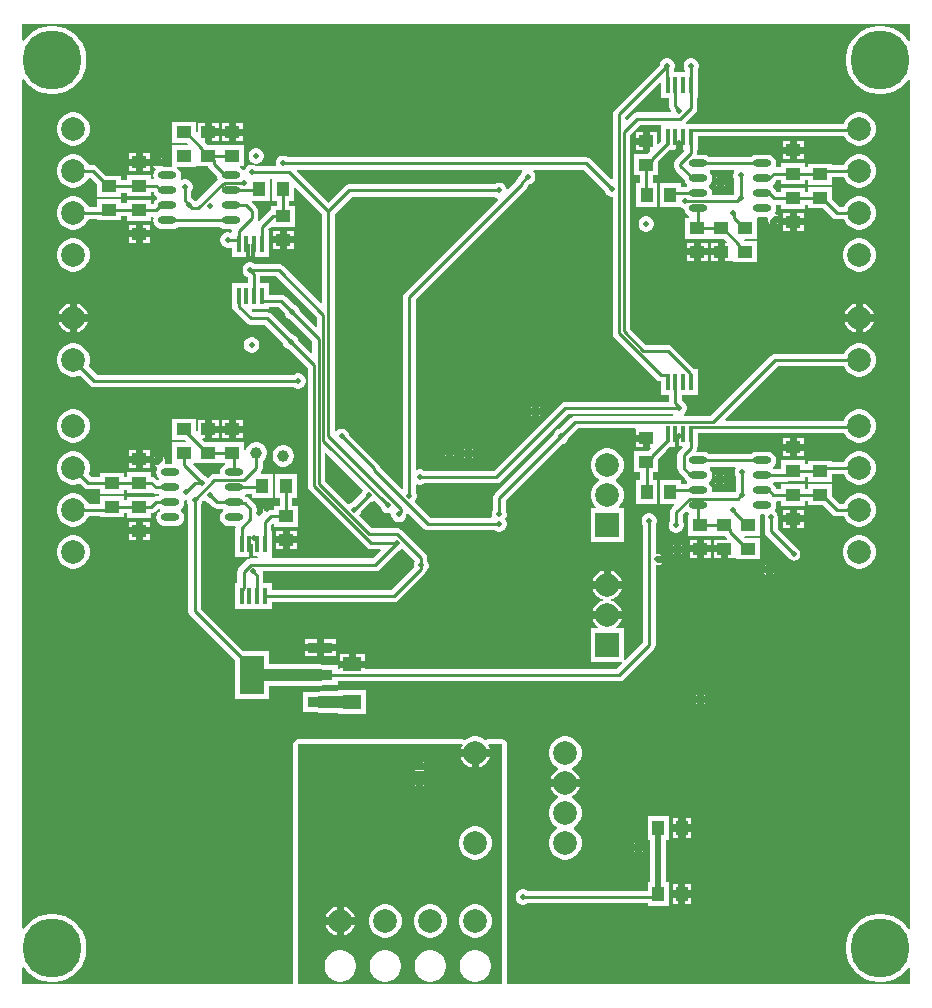
<source format=gbl>
G04*
G04 #@! TF.GenerationSoftware,Altium Limited,Altium Designer,22.0.2 (36)*
G04*
G04 Layer_Physical_Order=2*
G04 Layer_Color=16711680*
%FSLAX25Y25*%
%MOIN*%
G70*
G04*
G04 #@! TF.SameCoordinates,FD2FF894-48AE-4880-B7A9-669BF39D4961*
G04*
G04*
G04 #@! TF.FilePolarity,Positive*
G04*
G01*
G75*
%ADD11C,0.00984*%
%ADD12C,0.01968*%
%ADD17R,0.04921X0.03937*%
%ADD19R,0.06299X0.04724*%
%ADD26R,0.03937X0.04921*%
G04:AMPARAMS|DCode=30|XSize=61.02mil|YSize=23.62mil|CornerRadius=11.81mil|HoleSize=0mil|Usage=FLASHONLY|Rotation=180.000|XOffset=0mil|YOffset=0mil|HoleType=Round|Shape=RoundedRectangle|*
%AMROUNDEDRECTD30*
21,1,0.06102,0.00000,0,0,180.0*
21,1,0.03740,0.02362,0,0,180.0*
1,1,0.02362,-0.01870,0.00000*
1,1,0.02362,0.01870,0.00000*
1,1,0.02362,0.01870,0.00000*
1,1,0.02362,-0.01870,0.00000*
%
%ADD30ROUNDEDRECTD30*%
%ADD32R,0.08465X0.03740*%
%ADD33R,0.08465X0.12795*%
%ADD34C,0.03937*%
%ADD35C,0.01968*%
%ADD37C,0.07874*%
%ADD38R,0.07874X0.07874*%
%ADD39C,0.03937*%
%ADD40C,0.19685*%
%ADD41R,0.01575X0.05709*%
G36*
X262000Y216511D02*
X261500Y216349D01*
X260709Y217438D01*
X259438Y218709D01*
X257984Y219765D01*
X256383Y220581D01*
X254674Y221136D01*
X252899Y221417D01*
X251101D01*
X249326Y221136D01*
X247617Y220581D01*
X246016Y219765D01*
X244562Y218709D01*
X243291Y217438D01*
X242235Y215984D01*
X241419Y214383D01*
X240864Y212674D01*
X240583Y210899D01*
Y209101D01*
X240864Y207326D01*
X241419Y205617D01*
X242235Y204016D01*
X243291Y202562D01*
X244562Y201291D01*
X246016Y200235D01*
X247617Y199419D01*
X249326Y198864D01*
X251101Y198583D01*
X252899D01*
X254674Y198864D01*
X256383Y199419D01*
X257984Y200235D01*
X259438Y201291D01*
X260709Y202562D01*
X261500Y203651D01*
X262000Y203489D01*
Y-79489D01*
X261500Y-79651D01*
X260709Y-78562D01*
X259438Y-77291D01*
X257984Y-76235D01*
X256383Y-75419D01*
X254674Y-74864D01*
X252899Y-74583D01*
X251101D01*
X249326Y-74864D01*
X247617Y-75419D01*
X246016Y-76235D01*
X244562Y-77291D01*
X243291Y-78562D01*
X242235Y-80016D01*
X241419Y-81617D01*
X240864Y-83326D01*
X240583Y-85101D01*
Y-86899D01*
X240864Y-88674D01*
X241419Y-90383D01*
X242235Y-91984D01*
X243291Y-93438D01*
X244562Y-94709D01*
X246016Y-95765D01*
X247617Y-96581D01*
X249326Y-97136D01*
X251101Y-97417D01*
X252899D01*
X254674Y-97136D01*
X256383Y-96581D01*
X257984Y-95765D01*
X259438Y-94709D01*
X260709Y-93438D01*
X261500Y-92349D01*
X262000Y-92511D01*
Y-98000D01*
X127606D01*
Y-18000D01*
X127483Y-17386D01*
X127135Y-16865D01*
X126614Y-16517D01*
X126000Y-16394D01*
X121469D01*
X121263Y-16435D01*
X121053Y-16449D01*
X120958Y-16496D01*
X120854Y-16517D01*
X120680Y-16633D01*
X120511Y-16716D01*
X120384Y-16590D01*
X119128Y-15864D01*
X117726Y-15488D01*
X116274D01*
X114873Y-15864D01*
X113616Y-16590D01*
X113489Y-16716D01*
X113320Y-16633D01*
X113146Y-16517D01*
X113042Y-16496D01*
X112947Y-16449D01*
X112737Y-16435D01*
X112531Y-16394D01*
X58000D01*
X57385Y-16517D01*
X56865Y-16865D01*
X56517Y-17386D01*
X56394Y-18000D01*
Y-98000D01*
X-34000D01*
Y-92511D01*
X-33500Y-92349D01*
X-32709Y-93438D01*
X-31438Y-94709D01*
X-29984Y-95765D01*
X-28383Y-96581D01*
X-26674Y-97136D01*
X-24899Y-97417D01*
X-23101D01*
X-21326Y-97136D01*
X-19617Y-96581D01*
X-18016Y-95765D01*
X-16562Y-94709D01*
X-15291Y-93438D01*
X-14235Y-91984D01*
X-13419Y-90383D01*
X-12864Y-88674D01*
X-12583Y-86899D01*
Y-85101D01*
X-12864Y-83326D01*
X-13419Y-81617D01*
X-14235Y-80016D01*
X-15291Y-78562D01*
X-16562Y-77291D01*
X-18016Y-76235D01*
X-19617Y-75419D01*
X-21326Y-74864D01*
X-23101Y-74583D01*
X-24899D01*
X-26674Y-74864D01*
X-28383Y-75419D01*
X-29984Y-76235D01*
X-31438Y-77291D01*
X-32709Y-78562D01*
X-33500Y-79651D01*
X-34000Y-79489D01*
Y203489D01*
X-33500Y203651D01*
X-32709Y202562D01*
X-31438Y201291D01*
X-29984Y200235D01*
X-28383Y199419D01*
X-26674Y198864D01*
X-24899Y198583D01*
X-23101D01*
X-21326Y198864D01*
X-19617Y199419D01*
X-18016Y200235D01*
X-16562Y201291D01*
X-15291Y202562D01*
X-14235Y204016D01*
X-13419Y205617D01*
X-12864Y207326D01*
X-12583Y209101D01*
Y210899D01*
X-12864Y212674D01*
X-13419Y214383D01*
X-14235Y215984D01*
X-15291Y217438D01*
X-16562Y218709D01*
X-18016Y219765D01*
X-19617Y220581D01*
X-21326Y221136D01*
X-23101Y221417D01*
X-24899D01*
X-26674Y221136D01*
X-28383Y220581D01*
X-29984Y219765D01*
X-31438Y218709D01*
X-32709Y217438D01*
X-33500Y216349D01*
X-34000Y216511D01*
Y222000D01*
X262000D01*
Y216511D01*
D02*
G37*
G36*
X126000Y-98000D02*
X58000D01*
Y-18000D01*
X112531D01*
X112781Y-18433D01*
X112399Y-19094D01*
X112205Y-19819D01*
X117000D01*
X121795D01*
X121601Y-19094D01*
X121219Y-18433D01*
X121469Y-18000D01*
X126000D01*
Y-98000D01*
D02*
G37*
%LPC*%
G36*
X189337Y210559D02*
X188663D01*
X188012Y210385D01*
X187429Y210048D01*
X186952Y209571D01*
X186615Y208988D01*
X186441Y208337D01*
Y207663D01*
X186615Y207012D01*
X186812Y206672D01*
Y206090D01*
X183188D01*
Y206672D01*
X183385Y207012D01*
X183559Y207663D01*
Y208337D01*
X183385Y208988D01*
X183048Y209571D01*
X182571Y210048D01*
X181988Y210385D01*
X181337Y210559D01*
X180663D01*
X180012Y210385D01*
X179429Y210048D01*
X178952Y209571D01*
X178615Y208988D01*
X178472Y208452D01*
X163435Y193415D01*
X162978Y192732D01*
X162818Y191925D01*
Y170316D01*
X162356Y170124D01*
X155490Y176990D01*
X154806Y177447D01*
X154000Y177607D01*
X54468D01*
X53988Y177885D01*
X53337Y178059D01*
X52663D01*
X52012Y177885D01*
X51429Y177548D01*
X50952Y177071D01*
X50615Y176488D01*
X50441Y175837D01*
Y175163D01*
X50484Y175004D01*
X50179Y174607D01*
X43968D01*
X43488Y174885D01*
X42837Y175059D01*
X42163D01*
X41512Y174885D01*
X40929Y174548D01*
X40452Y174071D01*
X40115Y173488D01*
X40106Y173452D01*
X39559Y173344D01*
X39465Y173466D01*
X38890Y173907D01*
X38618Y174020D01*
X38718Y174520D01*
X40035D01*
Y181606D01*
X32035D01*
Y181669D01*
X27626D01*
X27522Y181825D01*
X26777Y182570D01*
X26819Y182671D01*
Y186000D01*
Y188969D01*
X24539D01*
Y186057D01*
X24039Y185790D01*
X24035Y185793D01*
Y189417D01*
X15965D01*
Y182331D01*
X21053D01*
X21342Y181980D01*
X21155Y181543D01*
X15965D01*
Y174684D01*
X15965Y174457D01*
X15538Y174280D01*
X13193D01*
X13074Y174431D01*
X12994Y174619D01*
X9575D01*
X10076Y174118D01*
X10392Y173987D01*
X10476Y173681D01*
X10489Y173406D01*
X10093Y172890D01*
X9815Y172219D01*
X9720Y171500D01*
X9815Y170781D01*
X9896Y170586D01*
X9618Y170170D01*
X9035D01*
Y171606D01*
X965D01*
Y170044D01*
X-965D01*
Y171480D01*
X-6055D01*
X-9065Y174490D01*
X-9749Y174947D01*
X-10555Y175107D01*
X-11858D01*
X-11864Y175127D01*
X-12589Y176384D01*
X-13616Y177410D01*
X-14873Y178136D01*
X-16274Y178512D01*
X-17726D01*
X-19128Y178136D01*
X-20384Y177410D01*
X-21410Y176384D01*
X-22136Y175127D01*
X-22512Y173726D01*
Y172274D01*
X-22136Y170872D01*
X-21410Y169616D01*
X-20384Y168589D01*
X-19128Y167864D01*
X-17726Y167488D01*
X-16274D01*
X-14873Y167864D01*
X-13616Y168589D01*
X-12589Y169616D01*
X-11896Y170816D01*
X-11481Y170856D01*
X-11387Y170852D01*
X-9035Y168500D01*
Y164394D01*
X-965D01*
Y165830D01*
X965D01*
Y164520D01*
X9035D01*
Y165956D01*
X9691D01*
X9807Y165840D01*
X9815Y165781D01*
X10093Y165110D01*
X10535Y164534D01*
X10827Y164310D01*
Y163690D01*
X10535Y163465D01*
X10093Y162890D01*
X9815Y162219D01*
X9807Y162161D01*
X9691Y162044D01*
X9035D01*
Y163480D01*
X965D01*
Y162170D01*
X-965D01*
Y163606D01*
X-9035D01*
Y161107D01*
X-11858D01*
X-11864Y161127D01*
X-12589Y162384D01*
X-13616Y163410D01*
X-14873Y164136D01*
X-16274Y164512D01*
X-17726D01*
X-19128Y164136D01*
X-20384Y163410D01*
X-21410Y162384D01*
X-22136Y161127D01*
X-22512Y159726D01*
Y158274D01*
X-22136Y156872D01*
X-21410Y155616D01*
X-20384Y154589D01*
X-19128Y153864D01*
X-17726Y153488D01*
X-16274D01*
X-14873Y153864D01*
X-13616Y154589D01*
X-12589Y155616D01*
X-11864Y156872D01*
X-11858Y156893D01*
X-9035D01*
Y156520D01*
X-965D01*
Y157956D01*
X965D01*
Y156394D01*
X9035D01*
Y157830D01*
X9618D01*
X9896Y157414D01*
X9815Y157219D01*
X9720Y156500D01*
X9815Y155781D01*
X10093Y155110D01*
X10535Y154534D01*
X11110Y154093D01*
X11781Y153815D01*
X12500Y153720D01*
X16240D01*
X16960Y153815D01*
X17630Y154093D01*
X18021Y154393D01*
X31979D01*
X32370Y154093D01*
X33040Y153815D01*
X33760Y153720D01*
X35475D01*
X35841Y153220D01*
X35799Y153091D01*
D01*
X35662Y152647D01*
X35299Y152435D01*
X34837Y152559D01*
X34163D01*
X33512Y152385D01*
X32929Y152048D01*
X32452Y151571D01*
X32115Y150988D01*
X31941Y150337D01*
Y149663D01*
X32115Y149012D01*
X32452Y148429D01*
X32929Y147952D01*
X33512Y147615D01*
X34163Y147441D01*
X34837D01*
X35299Y147565D01*
X35799Y147272D01*
Y144232D01*
X40524D01*
Y144807D01*
X40524D01*
Y148661D01*
X41901D01*
Y144807D01*
X42098D01*
Y148661D01*
X43476D01*
Y144807D01*
X43476D01*
Y144232D01*
X48201D01*
Y153091D01*
X48201D01*
X48071Y153591D01*
X48595Y154115D01*
X48965Y154394D01*
Y154394D01*
X48965Y154394D01*
X57035D01*
Y161480D01*
X55044D01*
Y162965D01*
X56480D01*
Y167386D01*
X56942Y167577D01*
X65893Y158627D01*
Y129241D01*
X65431Y129050D01*
X52990Y141490D01*
X52306Y141947D01*
X51500Y142107D01*
X43468D01*
X42988Y142385D01*
X42337Y142559D01*
X41663D01*
X41012Y142385D01*
X40429Y142048D01*
X39952Y141571D01*
X39615Y140988D01*
X39441Y140337D01*
Y139663D01*
X39615Y139012D01*
X39952Y138429D01*
X40429Y137952D01*
X41012Y137615D01*
X41172Y137573D01*
Y135768D01*
X35799D01*
Y126909D01*
X36343D01*
X36345Y126901D01*
X36802Y126218D01*
X40671Y122348D01*
X41355Y121892D01*
X42161Y121731D01*
X46788D01*
X52940Y115579D01*
X53084Y115044D01*
X53421Y114460D01*
X53897Y113984D01*
X54481Y113647D01*
X55016Y113503D01*
X61168Y107352D01*
Y68074D01*
X61329Y67268D01*
X61785Y66584D01*
X80860Y47510D01*
X81543Y47053D01*
X82350Y46893D01*
X85259D01*
X85450Y46431D01*
X82854Y43834D01*
X49446D01*
X49201Y44232D01*
X49201Y44334D01*
Y53091D01*
X48946D01*
Y54966D01*
X49465Y55484D01*
X49965Y55277D01*
Y54394D01*
X58035D01*
Y61480D01*
X56044D01*
Y63965D01*
X57480D01*
Y72035D01*
X50394D01*
Y63965D01*
X51830D01*
Y61480D01*
X49965D01*
Y60107D01*
X49000D01*
X48193Y59947D01*
X47510Y59490D01*
X47446Y59426D01*
X46903Y59591D01*
X46682Y60124D01*
X46181Y60625D01*
Y59000D01*
X44108D01*
Y60473D01*
X43975Y61141D01*
X43974Y61141D01*
X43947Y61279D01*
X43490Y61963D01*
X41621Y63832D01*
X40938Y64289D01*
X40541Y64367D01*
X40466Y64465D01*
X40387Y64526D01*
X40358Y65119D01*
X40638Y65393D01*
X42520D01*
Y63965D01*
X49606D01*
Y72035D01*
X45669D01*
X45553Y72315D01*
X45507Y72535D01*
X45947Y73194D01*
X46107Y74000D01*
Y76188D01*
X46176Y76228D01*
X46835Y76887D01*
X47302Y77695D01*
X47543Y78597D01*
Y79530D01*
X47302Y80431D01*
X46835Y81239D01*
X46176Y81898D01*
X45368Y82365D01*
X44467Y82606D01*
X43534D01*
X42632Y82365D01*
X41824Y81898D01*
X41165Y81239D01*
X40698Y80431D01*
X40535Y79823D01*
X40035Y79889D01*
Y82606D01*
X26945D01*
X26045Y83507D01*
X26236Y83969D01*
X26819D01*
Y86937D01*
Y89906D01*
X24539D01*
Y86262D01*
X24039Y85995D01*
X24035Y85998D01*
Y90480D01*
X15965D01*
Y83394D01*
X20195D01*
X20484Y83043D01*
X20297Y82606D01*
X15965D01*
Y75520D01*
X15564Y75280D01*
X13866D01*
X13532Y75780D01*
X13584Y75905D01*
Y76695D01*
X13282Y77424D01*
X12781Y77925D01*
Y76300D01*
X11600D01*
Y75119D01*
X9975D01*
X10476Y74618D01*
X10890Y74446D01*
X11091Y73895D01*
X11083Y73866D01*
X10815Y73219D01*
X10720Y72500D01*
X10815Y71781D01*
X11093Y71110D01*
X11535Y70534D01*
X11613Y70474D01*
X11641Y69953D01*
X11031Y69949D01*
X10427Y70553D01*
X9743Y71010D01*
X9035Y71151D01*
Y72606D01*
X965D01*
Y71044D01*
X35D01*
Y72480D01*
X-8035D01*
Y71107D01*
X-11127D01*
X-11874Y71855D01*
X-11864Y71873D01*
X-11488Y73274D01*
Y74726D01*
X-11864Y76127D01*
X-12589Y77384D01*
X-13616Y78411D01*
X-14873Y79136D01*
X-16274Y79512D01*
X-17726D01*
X-19128Y79136D01*
X-20384Y78411D01*
X-21410Y77384D01*
X-22136Y76127D01*
X-22512Y74726D01*
Y73274D01*
X-22136Y71873D01*
X-21410Y70616D01*
X-20384Y69590D01*
X-19128Y68864D01*
X-17726Y68488D01*
X-16274D01*
X-14873Y68864D01*
X-14854Y68874D01*
X-13490Y67510D01*
X-12807Y67053D01*
X-12000Y66893D01*
X-8035D01*
Y65394D01*
X35D01*
Y66830D01*
X965D01*
Y65520D01*
X9035D01*
Y65520D01*
X9429Y65730D01*
X9693Y65553D01*
X10500Y65393D01*
X11450D01*
X11646Y64910D01*
X11642Y64881D01*
X11362Y64607D01*
X10500D01*
X9693Y64447D01*
X9429Y64270D01*
X9035Y64480D01*
Y64480D01*
X965D01*
Y63170D01*
X35D01*
Y64606D01*
X-8035D01*
Y62107D01*
X-11858D01*
X-11864Y62128D01*
X-12589Y63384D01*
X-13616Y64411D01*
X-14873Y65136D01*
X-16274Y65512D01*
X-17726D01*
X-19128Y65136D01*
X-20384Y64411D01*
X-21410Y63384D01*
X-22136Y62128D01*
X-22512Y60726D01*
Y59274D01*
X-22136Y57872D01*
X-21410Y56616D01*
X-20384Y55589D01*
X-19128Y54864D01*
X-17726Y54488D01*
X-16274D01*
X-14873Y54864D01*
X-13616Y55589D01*
X-12589Y56616D01*
X-11864Y57872D01*
X-11858Y57893D01*
X-8035D01*
Y57520D01*
X35D01*
Y58956D01*
X965D01*
Y57394D01*
X9035D01*
Y58849D01*
X9743Y58990D01*
X10427Y59447D01*
X11354Y60373D01*
X11827Y60283D01*
Y59690D01*
X11535Y59465D01*
X11093Y58890D01*
X10815Y58219D01*
X10720Y57500D01*
X10815Y56781D01*
X11093Y56110D01*
X11535Y55534D01*
X12110Y55093D01*
X12781Y54815D01*
X13500Y54720D01*
X17240D01*
X17960Y54815D01*
X18630Y55093D01*
X19206Y55534D01*
X19647Y56110D01*
X19925Y56781D01*
X20020Y57500D01*
X19925Y58219D01*
X19647Y58890D01*
X19206Y59465D01*
X18913Y59690D01*
Y60310D01*
X19206Y60535D01*
X19647Y61110D01*
X19925Y61781D01*
X20020Y62500D01*
X19957Y62979D01*
X20007Y63090D01*
X20294Y63401D01*
X20375Y63441D01*
X20837D01*
X20915Y63381D01*
Y63138D01*
X21090Y62487D01*
X21367Y62006D01*
Y26274D01*
X21527Y25467D01*
X21984Y24783D01*
X36776Y9992D01*
Y-2972D01*
X48390D01*
Y1426D01*
X65417D01*
X66342Y1548D01*
X66360Y1555D01*
X71224D01*
Y2893D01*
X165000D01*
X165806Y3053D01*
X166490Y3510D01*
X176490Y13510D01*
X176947Y14194D01*
X177107Y15000D01*
Y41516D01*
X177895D01*
X178624Y41818D01*
X179125Y42319D01*
X177500D01*
Y44681D01*
X179125D01*
X178624Y45182D01*
X177895Y45484D01*
X177107D01*
Y54831D01*
X177385Y55312D01*
X177559Y55962D01*
Y56636D01*
X177385Y57287D01*
X177048Y57871D01*
X176571Y58347D01*
X175988Y58684D01*
X175337Y58858D01*
X174663D01*
X174012Y58684D01*
X173429Y58347D01*
X172952Y57871D01*
X172615Y57287D01*
X172441Y56636D01*
Y55962D01*
X172615Y55312D01*
X172893Y54831D01*
Y15873D01*
X166974Y9954D01*
X166512Y10145D01*
Y20512D01*
X164066D01*
X163937Y20995D01*
X164031Y21049D01*
X164951Y21969D01*
X165601Y23094D01*
X165795Y23819D01*
X161000D01*
X156205D01*
X156399Y23094D01*
X157049Y21969D01*
X157969Y21049D01*
X158063Y20995D01*
X157934Y20512D01*
X155488D01*
Y9488D01*
X165855D01*
X166046Y9026D01*
X164127Y7107D01*
X80150D01*
Y7417D01*
X76000D01*
X71850D01*
Y7107D01*
X71224D01*
Y8445D01*
X66360D01*
X66342Y8452D01*
X65417Y8574D01*
X48390D01*
Y12972D01*
X39756D01*
X25582Y27147D01*
Y62006D01*
X25859Y62487D01*
X26003Y63022D01*
X26086Y63106D01*
X26777Y63104D01*
X26929Y62952D01*
X27512Y62615D01*
X28048Y62472D01*
X29510Y61010D01*
X30193Y60553D01*
X31000Y60393D01*
X32979D01*
X33087Y60310D01*
Y59690D01*
X32794Y59465D01*
X32353Y58890D01*
X32075Y58219D01*
X31980Y57500D01*
X32075Y56781D01*
X32353Y56110D01*
X32794Y55534D01*
X33370Y55093D01*
X34040Y54815D01*
X34760Y54720D01*
X36785D01*
X37102Y54334D01*
X37054Y54093D01*
Y53091D01*
X36799D01*
Y44232D01*
X41524D01*
Y44807D01*
X41524D01*
Y48661D01*
X42902D01*
Y44807D01*
X44412D01*
X44476Y44307D01*
X44476Y44232D01*
X44231Y43834D01*
X42226D01*
X41420Y43674D01*
X40736Y43217D01*
X38360Y40841D01*
X37903Y40157D01*
X37743Y39350D01*
Y35768D01*
X36799D01*
Y26909D01*
X49201D01*
Y29231D01*
X89839D01*
X90645Y29392D01*
X91329Y29848D01*
X100302Y38822D01*
X100759Y39505D01*
X100792Y39673D01*
X101048Y39929D01*
X101385Y40512D01*
X101559Y41163D01*
Y41837D01*
X101385Y42488D01*
X101070Y43033D01*
Y43961D01*
X100909Y44767D01*
X100453Y45451D01*
X92413Y53490D01*
X91729Y53947D01*
X90923Y54107D01*
X82450D01*
X78338Y58219D01*
X78548Y58429D01*
X78885Y59012D01*
X79028Y59548D01*
X81991Y62510D01*
X82526Y62654D01*
X83110Y62991D01*
X83319Y63200D01*
X85577Y60943D01*
X85692Y60512D01*
X86029Y59929D01*
X86506Y59452D01*
X87089Y59115D01*
X87740Y58941D01*
X88414D01*
X88493Y58962D01*
X88941Y58565D01*
Y58163D01*
X89115Y57512D01*
X89452Y56929D01*
X89929Y56452D01*
X90512Y56115D01*
X91163Y55941D01*
X91837D01*
X92488Y56115D01*
X93071Y56452D01*
X93548Y56929D01*
X93885Y57512D01*
X94059Y58163D01*
Y58570D01*
X94063Y58576D01*
X94118Y58855D01*
X94597Y59000D01*
X99787Y53810D01*
X100470Y53353D01*
X101277Y53193D01*
X123432D01*
X123912Y52915D01*
X124563Y52741D01*
X125237D01*
X125888Y52915D01*
X126471Y53252D01*
X126948Y53729D01*
X127285Y54312D01*
X127459Y54963D01*
Y55637D01*
X127285Y56288D01*
X126963Y56844D01*
X127048Y56929D01*
X127385Y57512D01*
X127559Y58163D01*
Y58837D01*
X127385Y59488D01*
X127107Y59968D01*
Y63127D01*
X145952Y81972D01*
X146488Y82115D01*
X147071Y82452D01*
X147548Y82929D01*
X147885Y83512D01*
X148028Y84048D01*
X151148Y87168D01*
X170148D01*
X170539Y86905D01*
Y85118D01*
X174000D01*
Y83937D01*
X175181D01*
Y80968D01*
X175272D01*
X175463Y80507D01*
X174563Y79606D01*
X169965D01*
Y72520D01*
X172019D01*
Y70035D01*
X170583D01*
Y61965D01*
X177669D01*
Y70035D01*
X176233D01*
Y72520D01*
X178035D01*
Y77118D01*
X180608Y79691D01*
X180703Y79833D01*
X181780Y80910D01*
X183524D01*
Y81484D01*
X183524D01*
Y85339D01*
X184901D01*
Y81484D01*
X185978D01*
X186185Y80984D01*
X185010Y79809D01*
X184553Y79125D01*
X184393Y78319D01*
Y74000D01*
X184553Y73194D01*
X185010Y72510D01*
X186865Y70655D01*
X186868Y70653D01*
X187093Y70110D01*
X187534Y69534D01*
X187613Y69474D01*
X187642Y68881D01*
X187362Y68607D01*
X185543D01*
Y70035D01*
X178457D01*
Y61965D01*
X183130D01*
X183321Y61503D01*
X182510Y60692D01*
X182053Y60008D01*
X181893Y59202D01*
Y56405D01*
X181615Y55925D01*
X181441Y55274D01*
Y54600D01*
X181615Y53949D01*
X181952Y53366D01*
X182429Y52889D01*
X183012Y52552D01*
X183663Y52378D01*
X184337D01*
X184988Y52552D01*
X185571Y52889D01*
X186048Y53366D01*
X186385Y53949D01*
X186559Y54600D01*
Y55274D01*
X186385Y55925D01*
X186107Y56405D01*
Y58328D01*
X187327Y59548D01*
X187534Y59535D01*
X188110Y59093D01*
X188382Y58980D01*
X188282Y58480D01*
X187965D01*
Y51394D01*
X200290D01*
X200478Y51112D01*
X201097Y50493D01*
X200906Y50032D01*
X196539D01*
Y48244D01*
X200000D01*
Y47063D01*
X201181D01*
Y44094D01*
X203461D01*
Y46880D01*
X203961Y47147D01*
X203965Y47144D01*
Y43520D01*
X212035D01*
Y50606D01*
X206947D01*
X206658Y50957D01*
X206845Y51394D01*
X212035D01*
Y58480D01*
X212436Y58720D01*
X213274D01*
X213676Y58220D01*
X213593Y57800D01*
Y52835D01*
X213753Y52029D01*
X214210Y51345D01*
X221785Y43770D01*
X222469Y43313D01*
X223276Y43152D01*
X224082Y43313D01*
X224766Y43770D01*
X225223Y44453D01*
X225383Y45260D01*
X225223Y46066D01*
X224766Y46750D01*
X217807Y53708D01*
Y57800D01*
X217647Y58606D01*
X217190Y59290D01*
X216891Y59490D01*
X216810Y59983D01*
X216907Y60110D01*
X217185Y60781D01*
X217280Y61500D01*
X217185Y62219D01*
X217113Y62393D01*
X217447Y62893D01*
X218965D01*
Y61457D01*
X227035D01*
Y62893D01*
X227965D01*
Y61520D01*
X233055D01*
X236065Y58510D01*
X236749Y58053D01*
X237555Y57893D01*
X239858D01*
X239864Y57872D01*
X240589Y56616D01*
X241616Y55589D01*
X242873Y54864D01*
X244274Y54488D01*
X245726D01*
X247128Y54864D01*
X248384Y55589D01*
X249411Y56616D01*
X250136Y57872D01*
X250512Y59274D01*
Y60726D01*
X250136Y62128D01*
X249411Y63384D01*
X248384Y64411D01*
X247128Y65136D01*
X245726Y65512D01*
X244274D01*
X242873Y65136D01*
X241616Y64411D01*
X240589Y63384D01*
X239864Y62128D01*
X239858Y62107D01*
X238428D01*
X236035Y64500D01*
Y68606D01*
X227965D01*
Y67107D01*
X227035D01*
Y68543D01*
X218965D01*
Y67107D01*
X217246D01*
X217193Y67160D01*
X217185Y67219D01*
X216907Y67890D01*
X216465Y68466D01*
X216387Y68526D01*
X216358Y69119D01*
X216638Y69393D01*
X220945D01*
X221584Y69520D01*
X227035D01*
Y70956D01*
X227965D01*
Y69394D01*
X236035D01*
Y71893D01*
X239858D01*
X239864Y71873D01*
X240589Y70616D01*
X241616Y69590D01*
X242873Y68864D01*
X244274Y68488D01*
X245726D01*
X247128Y68864D01*
X248384Y69590D01*
X249411Y70616D01*
X250136Y71873D01*
X250512Y73274D01*
Y74726D01*
X250136Y76127D01*
X249411Y77384D01*
X248384Y78411D01*
X247128Y79136D01*
X245726Y79512D01*
X244274D01*
X242873Y79136D01*
X241616Y78411D01*
X240589Y77384D01*
X239864Y76127D01*
X239858Y76107D01*
X236035D01*
Y76480D01*
X227965D01*
Y75170D01*
X227035D01*
Y76606D01*
X218965D01*
Y73607D01*
X216281D01*
X216173Y73690D01*
Y74310D01*
X216465Y74534D01*
X216907Y75110D01*
X217185Y75781D01*
X217280Y76500D01*
X217185Y77219D01*
X216907Y77890D01*
X216465Y78465D01*
X215890Y78907D01*
X215219Y79185D01*
X214500Y79280D01*
X210760D01*
X210040Y79185D01*
X209370Y78907D01*
X208979Y78607D01*
X195021D01*
X194630Y78907D01*
X193960Y79185D01*
X193240Y79280D01*
X190934D01*
X190699Y79721D01*
X190786Y79851D01*
X190946Y80658D01*
Y80910D01*
X191201D01*
Y85593D01*
X240025D01*
X240589Y84616D01*
X241616Y83590D01*
X242873Y82864D01*
X244274Y82488D01*
X245726D01*
X247128Y82864D01*
X248384Y83590D01*
X249411Y84616D01*
X250136Y85873D01*
X250512Y87274D01*
Y88726D01*
X250136Y90127D01*
X249411Y91384D01*
X248384Y92410D01*
X247128Y93136D01*
X245726Y93512D01*
X244274D01*
X242873Y93136D01*
X241616Y92410D01*
X240589Y91384D01*
X239864Y90127D01*
X239778Y89808D01*
X200442D01*
X200251Y90270D01*
X217873Y107893D01*
X239858D01*
X239864Y107872D01*
X240589Y106616D01*
X241616Y105589D01*
X242873Y104864D01*
X244274Y104488D01*
X245726D01*
X247128Y104864D01*
X248384Y105589D01*
X249411Y106616D01*
X250136Y107872D01*
X250512Y109274D01*
Y110726D01*
X250136Y112127D01*
X249411Y113384D01*
X248384Y114410D01*
X247128Y115136D01*
X245726Y115512D01*
X244274D01*
X242873Y115136D01*
X241616Y114410D01*
X240589Y113384D01*
X239864Y112127D01*
X239858Y112107D01*
X217000D01*
X216194Y111947D01*
X215510Y111490D01*
X195403Y91383D01*
X186585D01*
X186451Y91883D01*
X186571Y91952D01*
X187048Y92429D01*
X187385Y93012D01*
X187559Y93663D01*
Y94337D01*
X187385Y94988D01*
X187048Y95571D01*
X186571Y96048D01*
X185988Y96385D01*
X185828Y96428D01*
Y98232D01*
X191201D01*
Y107091D01*
X189966D01*
X189715Y107342D01*
X189640Y107454D01*
X182604Y114490D01*
X181920Y114947D01*
X181114Y115107D01*
X173923D01*
X168607Y120423D01*
Y185127D01*
X171831Y188350D01*
X178799D01*
Y182890D01*
X177923Y182013D01*
X177461Y182204D01*
Y185906D01*
X175181D01*
Y182937D01*
Y179969D01*
X175225D01*
X175416Y179507D01*
X174516Y178606D01*
X169965D01*
Y171520D01*
X171893D01*
Y169035D01*
X170583D01*
Y160965D01*
X177669D01*
Y169035D01*
X176107D01*
Y171520D01*
X178035D01*
Y176165D01*
X181780Y179909D01*
X183524D01*
Y180264D01*
X183819Y180378D01*
Y182200D01*
X186181D01*
Y180378D01*
X186295Y180334D01*
X186476Y179909D01*
X186443Y179423D01*
X183917Y176898D01*
X183461Y176214D01*
X183300Y175408D01*
Y174592D01*
X183461Y173786D01*
X183917Y173102D01*
X186751Y170269D01*
X186815Y169781D01*
X187093Y169110D01*
X187534Y168535D01*
X187613Y168474D01*
X187642Y167881D01*
X187362Y167607D01*
X185543D01*
Y169035D01*
X178457D01*
Y160965D01*
X185416D01*
X185429Y160952D01*
X186012Y160615D01*
X186663Y160441D01*
X186728D01*
X186815Y159781D01*
X187093Y159110D01*
X187534Y158535D01*
X188110Y158093D01*
X188382Y157980D01*
X188282Y157480D01*
X186965D01*
Y150394D01*
X200055D01*
X200955Y149493D01*
X200764Y149031D01*
X200181D01*
Y146063D01*
Y143095D01*
X202461D01*
Y146636D01*
X202961Y146857D01*
X202965Y146854D01*
Y142520D01*
X211035D01*
Y149606D01*
X206805D01*
X206584Y149929D01*
X206799Y150394D01*
X211035D01*
Y157316D01*
X211035Y157480D01*
X211436Y157720D01*
X214192D01*
X214532Y157234D01*
X214516Y157195D01*
Y156405D01*
X214818Y155676D01*
X215319Y155175D01*
Y156800D01*
X216500D01*
Y157981D01*
X218125D01*
X217624Y158482D01*
X217193Y158661D01*
X216937Y159063D01*
X216967Y159254D01*
X217185Y159781D01*
X217280Y160500D01*
X217185Y161219D01*
X217104Y161414D01*
X217382Y161830D01*
X218965D01*
Y160394D01*
X227035D01*
Y161830D01*
X227965D01*
Y160520D01*
X233055D01*
X236065Y157510D01*
X236749Y157053D01*
X237555Y156893D01*
X239858D01*
X239864Y156872D01*
X240589Y155616D01*
X241616Y154589D01*
X242873Y153864D01*
X244274Y153488D01*
X245726D01*
X247128Y153864D01*
X248384Y154589D01*
X249411Y155616D01*
X250136Y156872D01*
X250512Y158274D01*
Y159726D01*
X250136Y161127D01*
X249411Y162384D01*
X248384Y163410D01*
X247128Y164136D01*
X245726Y164512D01*
X244274D01*
X242873Y164136D01*
X241616Y163410D01*
X240589Y162384D01*
X239864Y161127D01*
X239858Y161107D01*
X238428D01*
X236035Y163500D01*
Y167606D01*
X227965D01*
Y166044D01*
X227035D01*
Y167480D01*
X218965D01*
Y166044D01*
X217309D01*
X217193Y166161D01*
X217185Y166219D01*
X216907Y166890D01*
X216465Y167465D01*
X216173Y167690D01*
Y168310D01*
X216465Y168535D01*
X216907Y169110D01*
X217185Y169781D01*
X217193Y169840D01*
X217309Y169956D01*
X218965D01*
Y168520D01*
X227035D01*
Y169956D01*
X227965D01*
Y168394D01*
X236035D01*
Y170893D01*
X239858D01*
X239864Y170872D01*
X240589Y169616D01*
X241616Y168589D01*
X242873Y167864D01*
X244274Y167488D01*
X245726D01*
X247128Y167864D01*
X248384Y168589D01*
X249411Y169616D01*
X250136Y170872D01*
X250512Y172274D01*
Y173726D01*
X250136Y175127D01*
X249411Y176384D01*
X248384Y177410D01*
X247128Y178136D01*
X245726Y178512D01*
X244274D01*
X242873Y178136D01*
X241616Y177410D01*
X240589Y176384D01*
X239864Y175127D01*
X239858Y175107D01*
X236035D01*
Y175480D01*
X227965D01*
Y174170D01*
X227035D01*
Y175606D01*
X218965D01*
Y174170D01*
X217382D01*
X217104Y174586D01*
X217185Y174781D01*
X217280Y175500D01*
X217185Y176219D01*
X216907Y176890D01*
X216465Y177465D01*
X215890Y177907D01*
X215219Y178185D01*
X214500Y178280D01*
X210760D01*
X210040Y178185D01*
X209370Y177907D01*
X208979Y177607D01*
X195021D01*
X194630Y177907D01*
X193960Y178185D01*
X193240Y178280D01*
X191229D01*
X190912Y178666D01*
X190946Y178839D01*
Y179909D01*
X191201D01*
Y184593D01*
X240025D01*
X240589Y183616D01*
X241616Y182589D01*
X242873Y181864D01*
X244274Y181488D01*
X245726D01*
X247128Y181864D01*
X248384Y182589D01*
X249411Y183616D01*
X250136Y184872D01*
X250512Y186274D01*
Y187726D01*
X250136Y189128D01*
X249411Y190384D01*
X248384Y191411D01*
X247128Y192136D01*
X245726Y192512D01*
X244274D01*
X242873Y192136D01*
X241616Y191411D01*
X240589Y190384D01*
X239864Y189128D01*
X239778Y188808D01*
X189134D01*
X188930Y188768D01*
X187378D01*
X187171Y189268D01*
X190329Y192425D01*
X190786Y193109D01*
X190946Y193915D01*
Y197232D01*
X191201D01*
Y206090D01*
X191201Y206090D01*
X191141Y206591D01*
X191385Y207012D01*
X191559Y207663D01*
Y208337D01*
X191385Y208988D01*
X191048Y209571D01*
X190571Y210048D01*
X189988Y210385D01*
X189337Y210559D01*
D02*
G37*
G36*
X31461Y188969D02*
X29181D01*
Y187181D01*
X31461D01*
Y188969D01*
D02*
G37*
G36*
X39461Y188906D02*
X37181D01*
Y187118D01*
X39461D01*
Y188906D01*
D02*
G37*
G36*
X34819D02*
X32539D01*
Y187118D01*
X34819D01*
Y188906D01*
D02*
G37*
G36*
X172819Y185906D02*
X170539D01*
Y184118D01*
X172819D01*
Y185906D01*
D02*
G37*
G36*
X31461Y184819D02*
X29181D01*
Y183031D01*
X31461D01*
Y184819D01*
D02*
G37*
G36*
X39461Y184756D02*
X37181D01*
Y182968D01*
X39461D01*
Y184756D01*
D02*
G37*
G36*
X34819D02*
X32539D01*
Y182968D01*
X34819D01*
Y184756D01*
D02*
G37*
G36*
X-16274Y192512D02*
X-17726D01*
X-19128Y192136D01*
X-20384Y191411D01*
X-21410Y190384D01*
X-22136Y189128D01*
X-22512Y187726D01*
Y186274D01*
X-22136Y184872D01*
X-21410Y183616D01*
X-20384Y182589D01*
X-19128Y181864D01*
X-17726Y181488D01*
X-16274D01*
X-14873Y181864D01*
X-13616Y182589D01*
X-12589Y183616D01*
X-11864Y184872D01*
X-11488Y186274D01*
Y187726D01*
X-11864Y189128D01*
X-12589Y190384D01*
X-13616Y191411D01*
X-14873Y192136D01*
X-16274Y192512D01*
D02*
G37*
G36*
X226461Y182905D02*
X224181D01*
Y181118D01*
X226461D01*
Y182905D01*
D02*
G37*
G36*
X221819D02*
X219539D01*
Y181118D01*
X221819D01*
Y182905D01*
D02*
G37*
G36*
X172819Y181756D02*
X170539D01*
Y179969D01*
X172819D01*
Y181756D01*
D02*
G37*
G36*
X8461Y178905D02*
X6181D01*
Y177118D01*
X8461D01*
Y178905D01*
D02*
G37*
G36*
X3819D02*
X1539D01*
Y177118D01*
X3819D01*
Y178905D01*
D02*
G37*
G36*
X12381Y177425D02*
Y176981D01*
X12825D01*
X12381Y177425D01*
D02*
G37*
G36*
X10019D02*
X9575Y176981D01*
X10019D01*
Y177425D01*
D02*
G37*
G36*
X226461Y178756D02*
X224181D01*
Y176969D01*
X226461D01*
Y178756D01*
D02*
G37*
G36*
X221819D02*
X219539D01*
Y176969D01*
X221819D01*
Y178756D01*
D02*
G37*
G36*
X44337Y180559D02*
X43663D01*
X43012Y180385D01*
X42429Y180048D01*
X41952Y179571D01*
X41615Y178988D01*
X41441Y178337D01*
Y177663D01*
X41615Y177012D01*
X41952Y176429D01*
X42429Y175952D01*
X43012Y175615D01*
X43663Y175441D01*
X44337D01*
X44988Y175615D01*
X45571Y175952D01*
X46048Y176429D01*
X46385Y177012D01*
X46559Y177663D01*
Y178337D01*
X46385Y178988D01*
X46048Y179571D01*
X45571Y180048D01*
X44988Y180385D01*
X44337Y180559D01*
D02*
G37*
G36*
X8461Y174756D02*
X6181D01*
Y172968D01*
X8461D01*
Y174756D01*
D02*
G37*
G36*
X3819D02*
X1539D01*
Y172968D01*
X3819D01*
Y174756D01*
D02*
G37*
G36*
X226461Y159031D02*
X224181D01*
Y157244D01*
X226461D01*
Y159031D01*
D02*
G37*
G36*
X221819D02*
X219539D01*
Y157244D01*
X221819D01*
Y159031D01*
D02*
G37*
G36*
X218125Y155619D02*
X217681D01*
Y155175D01*
X218125Y155619D01*
D02*
G37*
G36*
X8461Y155032D02*
X6181D01*
Y153244D01*
X8461D01*
Y155032D01*
D02*
G37*
G36*
X3819D02*
X1539D01*
Y153244D01*
X3819D01*
Y155032D01*
D02*
G37*
G36*
X226461Y154882D02*
X224181D01*
Y153094D01*
X226461D01*
Y154882D01*
D02*
G37*
G36*
X221819D02*
X219539D01*
Y153094D01*
X221819D01*
Y154882D01*
D02*
G37*
G36*
X174337Y157858D02*
X173663D01*
X173012Y157684D01*
X172429Y157347D01*
X171952Y156870D01*
X171615Y156287D01*
X171441Y155636D01*
Y154962D01*
X171615Y154311D01*
X171952Y153728D01*
X172429Y153252D01*
X173012Y152915D01*
X173663Y152740D01*
X174337D01*
X174988Y152915D01*
X175571Y153252D01*
X176048Y153728D01*
X176385Y154311D01*
X176559Y154962D01*
Y155636D01*
X176385Y156287D01*
X176048Y156870D01*
X175571Y157347D01*
X174988Y157684D01*
X174337Y157858D01*
D02*
G37*
G36*
X56461Y153032D02*
X54181D01*
Y151244D01*
X56461D01*
Y153032D01*
D02*
G37*
G36*
X51819D02*
X49539D01*
Y151244D01*
X51819D01*
Y153032D01*
D02*
G37*
G36*
X8461Y150882D02*
X6181D01*
Y149094D01*
X8461D01*
Y150882D01*
D02*
G37*
G36*
X3819D02*
X1539D01*
Y149094D01*
X3819D01*
Y150882D01*
D02*
G37*
G36*
X197819Y149031D02*
X195539D01*
Y147244D01*
X197819D01*
Y149031D01*
D02*
G37*
G36*
X194461D02*
X192181D01*
Y147244D01*
X194461D01*
Y149031D01*
D02*
G37*
G36*
X189819D02*
X187539D01*
Y147244D01*
X189819D01*
Y149031D01*
D02*
G37*
G36*
X56461Y148882D02*
X54181D01*
Y147095D01*
X56461D01*
Y148882D01*
D02*
G37*
G36*
X51819D02*
X49539D01*
Y147095D01*
X51819D01*
Y148882D01*
D02*
G37*
G36*
X197819Y144882D02*
X195539D01*
Y143095D01*
X197819D01*
Y144882D01*
D02*
G37*
G36*
X194461D02*
X192181D01*
Y143095D01*
X194461D01*
Y144882D01*
D02*
G37*
G36*
X189819D02*
X187539D01*
Y143095D01*
X189819D01*
Y144882D01*
D02*
G37*
G36*
X245726Y150512D02*
X244274D01*
X242873Y150136D01*
X241616Y149410D01*
X240589Y148384D01*
X239864Y147127D01*
X239488Y145726D01*
Y144274D01*
X239864Y142873D01*
X240589Y141616D01*
X241616Y140589D01*
X242873Y139864D01*
X244274Y139488D01*
X245726D01*
X247128Y139864D01*
X248384Y140589D01*
X249411Y141616D01*
X250136Y142873D01*
X250512Y144274D01*
Y145726D01*
X250136Y147127D01*
X249411Y148384D01*
X248384Y149410D01*
X247128Y150136D01*
X245726Y150512D01*
D02*
G37*
G36*
X-16274D02*
X-17726D01*
X-19128Y150136D01*
X-20384Y149410D01*
X-21410Y148384D01*
X-22136Y147127D01*
X-22512Y145726D01*
Y144274D01*
X-22136Y142873D01*
X-21410Y141616D01*
X-20384Y140589D01*
X-19128Y139864D01*
X-17726Y139488D01*
X-16274D01*
X-14873Y139864D01*
X-13616Y140589D01*
X-12589Y141616D01*
X-11864Y142873D01*
X-11488Y144274D01*
Y145726D01*
X-11864Y147127D01*
X-12589Y148384D01*
X-13616Y149410D01*
X-14873Y150136D01*
X-16274Y150512D01*
D02*
G37*
G36*
X-15819Y128795D02*
Y125181D01*
X-12205D01*
X-12399Y125906D01*
X-13049Y127031D01*
X-13969Y127951D01*
X-15094Y128601D01*
X-15819Y128795D01*
D02*
G37*
G36*
X-18181Y128795D02*
X-18906Y128601D01*
X-20031Y127951D01*
X-20951Y127031D01*
X-21601Y125906D01*
X-21795Y125181D01*
X-18181D01*
Y128795D01*
D02*
G37*
G36*
X246181Y128795D02*
Y125181D01*
X249795D01*
X249601Y125906D01*
X248951Y127031D01*
X248031Y127951D01*
X246906Y128601D01*
X246181Y128795D01*
D02*
G37*
G36*
X243819Y128795D02*
X243094Y128601D01*
X241969Y127951D01*
X241049Y127031D01*
X240399Y125906D01*
X240205Y125181D01*
X243819D01*
Y128795D01*
D02*
G37*
G36*
X249795Y122819D02*
X246181D01*
Y119205D01*
X246906Y119399D01*
X248031Y120049D01*
X248951Y120969D01*
X249601Y122094D01*
X249795Y122819D01*
D02*
G37*
G36*
X-12205Y122819D02*
X-15819D01*
Y119205D01*
X-15094Y119399D01*
X-13969Y120049D01*
X-13049Y120969D01*
X-12399Y122094D01*
X-12205Y122819D01*
D02*
G37*
G36*
X-18181D02*
X-21795D01*
X-21601Y122094D01*
X-20951Y120969D01*
X-20031Y120049D01*
X-18906Y119399D01*
X-18181Y119205D01*
Y122819D01*
D02*
G37*
G36*
X243819Y122819D02*
X240205D01*
X240399Y122094D01*
X241049Y120969D01*
X241969Y120049D01*
X243094Y119399D01*
X243819Y119205D01*
Y122819D01*
D02*
G37*
G36*
X42811Y117534D02*
X42138D01*
X41487Y117359D01*
X40903Y117022D01*
X40427Y116546D01*
X40090Y115962D01*
X39915Y115311D01*
Y114637D01*
X40090Y113987D01*
X40427Y113403D01*
X40903Y112927D01*
X41487Y112590D01*
X42138Y112415D01*
X42811D01*
X43462Y112590D01*
X44046Y112927D01*
X44522Y113403D01*
X44859Y113987D01*
X45033Y114637D01*
Y115311D01*
X44859Y115962D01*
X44522Y116546D01*
X44046Y117022D01*
X43462Y117359D01*
X42811Y117534D01*
D02*
G37*
G36*
X-16274Y115512D02*
X-17726D01*
X-19128Y115136D01*
X-20384Y114410D01*
X-21410Y113384D01*
X-22136Y112127D01*
X-22512Y110726D01*
Y109274D01*
X-22136Y107872D01*
X-21410Y106616D01*
X-20384Y105589D01*
X-19128Y104864D01*
X-17726Y104488D01*
X-16274D01*
X-14873Y104864D01*
X-14854Y104874D01*
X-11465Y101484D01*
X-10781Y101027D01*
X-9974Y100867D01*
X56506D01*
X56987Y100590D01*
X57638Y100415D01*
X58311D01*
X58962Y100590D01*
X59546Y100927D01*
X60022Y101403D01*
X60359Y101987D01*
X60533Y102638D01*
Y103311D01*
X60359Y103962D01*
X60022Y104546D01*
X59546Y105022D01*
X58962Y105359D01*
X58311Y105534D01*
X57638D01*
X56987Y105359D01*
X56506Y105082D01*
X-9102D01*
X-11874Y107854D01*
X-11864Y107872D01*
X-11488Y109274D01*
Y110726D01*
X-11864Y112127D01*
X-12589Y113384D01*
X-13616Y114410D01*
X-14873Y115136D01*
X-16274Y115512D01*
D02*
G37*
G36*
X31461Y89906D02*
X29181D01*
Y88118D01*
X31461D01*
Y89906D01*
D02*
G37*
G36*
X39461D02*
X37181D01*
Y88118D01*
X39461D01*
Y89906D01*
D02*
G37*
G36*
X34819D02*
X32539D01*
Y88118D01*
X34819D01*
Y89906D01*
D02*
G37*
G36*
X39461Y85756D02*
X37181D01*
Y83969D01*
X39461D01*
Y85756D01*
D02*
G37*
G36*
X34819D02*
X32539D01*
Y83969D01*
X34819D01*
Y85756D01*
D02*
G37*
G36*
X31461D02*
X29181D01*
Y83969D01*
X31461D01*
Y85756D01*
D02*
G37*
G36*
X-16274Y93512D02*
X-17726D01*
X-19128Y93136D01*
X-20384Y92410D01*
X-21410Y91384D01*
X-22136Y90127D01*
X-22512Y88726D01*
Y87274D01*
X-22136Y85873D01*
X-21410Y84616D01*
X-20384Y83590D01*
X-19128Y82864D01*
X-17726Y82488D01*
X-16274D01*
X-14873Y82864D01*
X-13616Y83590D01*
X-12589Y84616D01*
X-11864Y85873D01*
X-11488Y87274D01*
Y88726D01*
X-11864Y90127D01*
X-12589Y91384D01*
X-13616Y92410D01*
X-14873Y93136D01*
X-16274Y93512D01*
D02*
G37*
G36*
X226461Y83906D02*
X224181D01*
Y82118D01*
X226461D01*
Y83906D01*
D02*
G37*
G36*
X221819D02*
X219539D01*
Y82118D01*
X221819D01*
Y83906D01*
D02*
G37*
G36*
X172819Y82756D02*
X170539D01*
Y80968D01*
X172819D01*
Y82756D01*
D02*
G37*
G36*
X8461Y79905D02*
X6181D01*
Y78118D01*
X8461D01*
Y79905D01*
D02*
G37*
G36*
X3819D02*
X1539D01*
Y78118D01*
X3819D01*
Y79905D01*
D02*
G37*
G36*
X226461Y79756D02*
X224181D01*
Y77969D01*
X226461D01*
Y79756D01*
D02*
G37*
G36*
X221819D02*
X219539D01*
Y77969D01*
X221819D01*
Y79756D01*
D02*
G37*
G36*
X10419Y77925D02*
X9975Y77481D01*
X10419D01*
Y77925D01*
D02*
G37*
G36*
X53466Y81543D02*
X52534D01*
X51632Y81302D01*
X50824Y80835D01*
X50165Y80176D01*
X49698Y79368D01*
X49457Y78466D01*
Y77534D01*
X49698Y76632D01*
X50165Y75824D01*
X50824Y75165D01*
X51632Y74698D01*
X52534Y74457D01*
X53466D01*
X54368Y74698D01*
X55176Y75165D01*
X55835Y75824D01*
X56302Y76632D01*
X56543Y77534D01*
Y78466D01*
X56302Y79368D01*
X55835Y80176D01*
X55176Y80835D01*
X54368Y81302D01*
X53466Y81543D01*
D02*
G37*
G36*
X8461Y75756D02*
X6181D01*
Y73968D01*
X8461D01*
Y75756D01*
D02*
G37*
G36*
X3819D02*
X1539D01*
Y73968D01*
X3819D01*
Y75756D01*
D02*
G37*
G36*
X226461Y60094D02*
X224181D01*
Y58307D01*
X226461D01*
Y60094D01*
D02*
G37*
G36*
X221819D02*
X219539D01*
Y58307D01*
X221819D01*
Y60094D01*
D02*
G37*
G36*
X8461Y56032D02*
X6181D01*
Y54244D01*
X8461D01*
Y56032D01*
D02*
G37*
G36*
X3819D02*
X1539D01*
Y54244D01*
X3819D01*
Y56032D01*
D02*
G37*
G36*
X226461Y55945D02*
X224181D01*
Y54158D01*
X226461D01*
Y55945D01*
D02*
G37*
G36*
X221819D02*
X219539D01*
Y54158D01*
X221819D01*
Y55945D01*
D02*
G37*
G36*
X57461Y53031D02*
X55181D01*
Y51244D01*
X57461D01*
Y53031D01*
D02*
G37*
G36*
X52819D02*
X50539D01*
Y51244D01*
X52819D01*
Y53031D01*
D02*
G37*
G36*
X8461Y51882D02*
X6181D01*
Y50094D01*
X8461D01*
Y51882D01*
D02*
G37*
G36*
X3819D02*
X1539D01*
Y50094D01*
X3819D01*
Y51882D01*
D02*
G37*
G36*
X161726Y80512D02*
X160274D01*
X158872Y80136D01*
X157616Y79410D01*
X156589Y78384D01*
X155864Y77127D01*
X155488Y75726D01*
Y74274D01*
X155864Y72873D01*
X156589Y71616D01*
X157616Y70590D01*
X158204Y70250D01*
Y69750D01*
X157616Y69411D01*
X156589Y68384D01*
X155864Y67128D01*
X155488Y65726D01*
Y64274D01*
X155864Y62872D01*
X156589Y61616D01*
X157193Y61012D01*
X156986Y60512D01*
X155488D01*
Y49488D01*
X166512D01*
Y60512D01*
X165014D01*
X164807Y61012D01*
X165410Y61616D01*
X166136Y62872D01*
X166512Y64274D01*
Y65726D01*
X166136Y67128D01*
X165410Y68384D01*
X164384Y69411D01*
X163796Y69750D01*
Y70250D01*
X164384Y70590D01*
X165410Y71616D01*
X166136Y72873D01*
X166512Y74274D01*
Y75726D01*
X166136Y77127D01*
X165410Y78384D01*
X164384Y79410D01*
X163128Y80136D01*
X161726Y80512D01*
D02*
G37*
G36*
X195461Y50032D02*
X193181D01*
Y48244D01*
X195461D01*
Y50032D01*
D02*
G37*
G36*
X190819D02*
X188539D01*
Y48244D01*
X190819D01*
Y50032D01*
D02*
G37*
G36*
X185500Y48520D02*
Y48076D01*
X185944D01*
X185500Y48520D01*
D02*
G37*
G36*
X183137D02*
X182694Y48076D01*
X183137D01*
Y48520D01*
D02*
G37*
G36*
X57461Y48882D02*
X55181D01*
Y47095D01*
X57461D01*
Y48882D01*
D02*
G37*
G36*
X52819D02*
X50539D01*
Y47095D01*
X52819D01*
Y48882D01*
D02*
G37*
G36*
X185944Y45714D02*
X185500D01*
Y45270D01*
X185944Y45714D01*
D02*
G37*
G36*
X183137D02*
X182694D01*
X183137Y45270D01*
Y45714D01*
D02*
G37*
G36*
X198819Y45882D02*
X196539D01*
Y44094D01*
X198819D01*
Y45882D01*
D02*
G37*
G36*
X195461D02*
X193181D01*
Y44094D01*
X195461D01*
Y45882D01*
D02*
G37*
G36*
X190819D02*
X188539D01*
Y44094D01*
X190819D01*
Y45882D01*
D02*
G37*
G36*
X216181Y41731D02*
Y41287D01*
X216625D01*
X216181Y41731D01*
D02*
G37*
G36*
X213819D02*
X213375Y41287D01*
X213819D01*
Y41731D01*
D02*
G37*
G36*
X245726Y51512D02*
X244274D01*
X242873Y51136D01*
X241616Y50410D01*
X240589Y49384D01*
X239864Y48127D01*
X239488Y46726D01*
Y45274D01*
X239864Y43872D01*
X240589Y42616D01*
X241616Y41589D01*
X242873Y40864D01*
X244274Y40488D01*
X245726D01*
X247128Y40864D01*
X248384Y41589D01*
X249411Y42616D01*
X250136Y43872D01*
X250512Y45274D01*
Y46726D01*
X250136Y48127D01*
X249411Y49384D01*
X248384Y50410D01*
X247128Y51136D01*
X245726Y51512D01*
D02*
G37*
G36*
X-16274D02*
X-17726D01*
X-19128Y51136D01*
X-20384Y50410D01*
X-21410Y49384D01*
X-22136Y48127D01*
X-22512Y46726D01*
Y45274D01*
X-22136Y43872D01*
X-21410Y42616D01*
X-20384Y41589D01*
X-19128Y40864D01*
X-17726Y40488D01*
X-16274D01*
X-14873Y40864D01*
X-13616Y41589D01*
X-12589Y42616D01*
X-11864Y43872D01*
X-11488Y45274D01*
Y46726D01*
X-11864Y48127D01*
X-12589Y49384D01*
X-13616Y50410D01*
X-14873Y51136D01*
X-16274Y51512D01*
D02*
G37*
G36*
X216625Y38925D02*
X216181D01*
Y38481D01*
X216625Y38925D01*
D02*
G37*
G36*
X213819D02*
X213375D01*
X213819Y38481D01*
Y38925D01*
D02*
G37*
G36*
X162181Y39795D02*
Y36181D01*
X165795D01*
X165601Y36906D01*
X164951Y38031D01*
X164031Y38951D01*
X162906Y39601D01*
X162181Y39795D01*
D02*
G37*
G36*
X159819Y39795D02*
X159094Y39601D01*
X157969Y38951D01*
X157049Y38031D01*
X156399Y36906D01*
X156205Y36181D01*
X159819D01*
Y39795D01*
D02*
G37*
G36*
X165795Y33819D02*
X161000D01*
X156205D01*
X156399Y33094D01*
X157049Y31969D01*
X157969Y31049D01*
X159094Y30399D01*
X159619Y30259D01*
Y29741D01*
X159094Y29601D01*
X157969Y28951D01*
X157049Y28031D01*
X156399Y26906D01*
X156205Y26181D01*
X161000D01*
X165795D01*
X165601Y26906D01*
X164951Y28031D01*
X164031Y28951D01*
X162906Y29601D01*
X162381Y29741D01*
Y30259D01*
X162906Y30399D01*
X164031Y31049D01*
X164951Y31969D01*
X165601Y33094D01*
X165795Y33819D01*
D02*
G37*
G36*
X70650Y16925D02*
X66598D01*
Y15236D01*
X70650D01*
Y16925D01*
D02*
G37*
G36*
X64236D02*
X60185D01*
Y15236D01*
X64236D01*
Y16925D01*
D02*
G37*
G36*
X70650Y12874D02*
X66598D01*
Y11185D01*
X70650D01*
Y12874D01*
D02*
G37*
G36*
X64236D02*
X60185D01*
Y11185D01*
X64236D01*
Y12874D01*
D02*
G37*
G36*
X80150Y11961D02*
X77181D01*
Y9780D01*
X80150D01*
Y11961D01*
D02*
G37*
G36*
X74819D02*
X71850D01*
Y9780D01*
X74819D01*
Y11961D01*
D02*
G37*
G36*
X80724Y-63D02*
X71276D01*
Y-454D01*
X65445D01*
X65445Y-454D01*
X64520Y-575D01*
X64436Y-610D01*
X59610D01*
Y-7500D01*
X64475D01*
X64492Y-7507D01*
X65417Y-7629D01*
X65627Y-7601D01*
X71276D01*
Y-7937D01*
X80724D01*
Y-63D01*
D02*
G37*
G36*
X193348Y-1462D02*
Y-1906D01*
X193791D01*
X193348Y-1462D01*
D02*
G37*
G36*
X190985D02*
X190541Y-1906D01*
X190985D01*
Y-1462D01*
D02*
G37*
G36*
X193791Y-4268D02*
X193348D01*
Y-4712D01*
X193791Y-4268D01*
D02*
G37*
G36*
X190985D02*
X190541D01*
X190985Y-4712D01*
Y-4268D01*
D02*
G37*
G36*
X147726Y-15488D02*
X146274D01*
X144872Y-15864D01*
X143616Y-16590D01*
X142589Y-17616D01*
X141864Y-18872D01*
X141488Y-20274D01*
Y-21726D01*
X141864Y-23128D01*
X142589Y-24384D01*
X143616Y-25411D01*
X144711Y-26043D01*
X144760Y-26513D01*
X144730Y-26610D01*
X143969Y-27049D01*
X143049Y-27969D01*
X142399Y-29094D01*
X142205Y-29819D01*
X147000D01*
X151795D01*
X151601Y-29094D01*
X150951Y-27969D01*
X150031Y-27049D01*
X149269Y-26610D01*
X149240Y-26513D01*
X149289Y-26043D01*
X150384Y-25411D01*
X151410Y-24384D01*
X152136Y-23128D01*
X152512Y-21726D01*
Y-20274D01*
X152136Y-18872D01*
X151410Y-17616D01*
X150384Y-16590D01*
X149127Y-15864D01*
X147726Y-15488D01*
D02*
G37*
G36*
X188906Y-42539D02*
X187118D01*
Y-44819D01*
X188906D01*
Y-42539D01*
D02*
G37*
G36*
X184756D02*
X182968D01*
Y-44819D01*
X184756D01*
Y-42539D01*
D02*
G37*
G36*
X188906Y-47181D02*
X187118D01*
Y-49461D01*
X188906D01*
Y-47181D01*
D02*
G37*
G36*
X184756D02*
X182968D01*
Y-49461D01*
X184756D01*
Y-47181D01*
D02*
G37*
G36*
X172551Y-50875D02*
Y-51319D01*
X172995D01*
X172551Y-50875D01*
D02*
G37*
G36*
X170189D02*
X169745Y-51319D01*
X170189D01*
Y-50875D01*
D02*
G37*
G36*
X172995Y-53681D02*
X172551D01*
Y-54125D01*
X172995Y-53681D01*
D02*
G37*
G36*
X170189D02*
X169745D01*
X170189Y-54125D01*
Y-53681D01*
D02*
G37*
G36*
X151795Y-32181D02*
X147000D01*
X142205D01*
X142399Y-32906D01*
X143049Y-34031D01*
X143969Y-34951D01*
X144730Y-35390D01*
X144760Y-35487D01*
X144711Y-35957D01*
X143616Y-36590D01*
X142589Y-37616D01*
X141864Y-38873D01*
X141488Y-40274D01*
Y-41726D01*
X141864Y-43128D01*
X142589Y-44384D01*
X143616Y-45410D01*
X144204Y-45750D01*
Y-46250D01*
X143616Y-46589D01*
X142589Y-47616D01*
X141864Y-48873D01*
X141488Y-50274D01*
Y-51726D01*
X141864Y-53127D01*
X142589Y-54384D01*
X143616Y-55410D01*
X144872Y-56136D01*
X146274Y-56512D01*
X147726D01*
X149127Y-56136D01*
X150384Y-55410D01*
X151410Y-54384D01*
X152136Y-53127D01*
X152512Y-51726D01*
Y-50274D01*
X152136Y-48873D01*
X151410Y-47616D01*
X150384Y-46589D01*
X149796Y-46250D01*
Y-45750D01*
X150384Y-45410D01*
X151410Y-44384D01*
X152136Y-43128D01*
X152512Y-41726D01*
Y-40274D01*
X152136Y-38873D01*
X151410Y-37616D01*
X150384Y-36590D01*
X149289Y-35957D01*
X149240Y-35487D01*
X149269Y-35390D01*
X150031Y-34951D01*
X150951Y-34031D01*
X151601Y-32906D01*
X151795Y-32181D01*
D02*
G37*
G36*
X188842Y-64539D02*
X187055D01*
Y-66819D01*
X188842D01*
Y-64539D01*
D02*
G37*
G36*
X184693D02*
X182905D01*
Y-66819D01*
X184693D01*
Y-64539D01*
D02*
G37*
G36*
X181606Y-41965D02*
X174520D01*
Y-45298D01*
X174457Y-45533D01*
Y-46466D01*
X174520Y-46702D01*
Y-50035D01*
X175419D01*
Y-63965D01*
X174457D01*
Y-66893D01*
X134468D01*
X133988Y-66615D01*
X133337Y-66441D01*
X132663D01*
X132012Y-66615D01*
X131429Y-66952D01*
X130952Y-67429D01*
X130615Y-68012D01*
X130441Y-68663D01*
Y-69337D01*
X130615Y-69988D01*
X130952Y-70571D01*
X131429Y-71048D01*
X132012Y-71385D01*
X132663Y-71559D01*
X133337D01*
X133988Y-71385D01*
X134468Y-71107D01*
X174457D01*
Y-72035D01*
X181543D01*
Y-63965D01*
X180581D01*
Y-50035D01*
X181606D01*
Y-41965D01*
D02*
G37*
G36*
X188842Y-69181D02*
X187055D01*
Y-71461D01*
X188842D01*
Y-69181D01*
D02*
G37*
G36*
X184693D02*
X182905D01*
Y-71461D01*
X184693D01*
Y-69181D01*
D02*
G37*
%LPD*%
G36*
X178799Y202166D02*
Y197232D01*
X181613D01*
Y194546D01*
X181773Y193739D01*
X182230Y193056D01*
X182014Y192565D01*
X170958D01*
X170151Y192405D01*
X169468Y191948D01*
X167495Y189975D01*
X167033Y190166D01*
Y191052D01*
X178337Y202357D01*
X178799Y202166D01*
D02*
G37*
G36*
X132707Y172893D02*
X132452Y172638D01*
X132115Y172055D01*
X131972Y171519D01*
X131205Y170753D01*
X130749Y170069D01*
X130664Y169644D01*
X128030Y167010D01*
X127472Y167160D01*
X127385Y167488D01*
X127048Y168071D01*
X126571Y168548D01*
X125988Y168885D01*
X125337Y169059D01*
X124663D01*
X124012Y168885D01*
X123532Y168607D01*
X75000D01*
X74194Y168447D01*
X73510Y167990D01*
X68000Y162480D01*
X57550Y172931D01*
X57741Y173393D01*
X132500D01*
X132707Y172893D01*
D02*
G37*
G36*
X203349D02*
X203115Y172488D01*
X202941Y171837D01*
Y171163D01*
X203115Y170512D01*
X203393Y170032D01*
Y165468D01*
X203184Y165107D01*
X196347D01*
X196018Y165483D01*
X196020Y165500D01*
X195925Y166219D01*
X195647Y166890D01*
X195206Y167465D01*
X194913Y167690D01*
Y168310D01*
X195206Y168535D01*
X195647Y169110D01*
X195925Y169781D01*
X196020Y170500D01*
X195925Y171219D01*
X195647Y171890D01*
X195206Y172466D01*
X195127Y172526D01*
X195098Y173119D01*
X195378Y173393D01*
X203112D01*
X203349Y172893D01*
D02*
G37*
G36*
X28021Y174485D02*
X28478Y173801D01*
X31011Y171269D01*
X31075Y170781D01*
X31304Y170226D01*
X24083Y163005D01*
X23654Y163061D01*
X23528Y163157D01*
X23071Y163615D01*
X22488Y163952D01*
X22389Y163978D01*
Y166251D01*
X22666Y166731D01*
X22840Y167382D01*
Y168055D01*
X22666Y168706D01*
X22329Y169290D01*
X21853Y169766D01*
X21269Y170103D01*
X20618Y170278D01*
X19945D01*
X19294Y170103D01*
X19152Y170021D01*
X18755Y170369D01*
X18925Y170781D01*
X19020Y171500D01*
X18925Y172219D01*
X18647Y172890D01*
X18206Y173466D01*
X17630Y173907D01*
X17511Y173957D01*
X17610Y174457D01*
X24035D01*
Y174583D01*
X28002D01*
X28021Y174485D01*
D02*
G37*
G36*
X49394Y162965D02*
X50830D01*
Y161480D01*
X48965D01*
Y159950D01*
X48630Y159884D01*
X47947Y159427D01*
X44947Y156427D01*
X44486Y156674D01*
X44607Y157283D01*
Y159500D01*
X44447Y160307D01*
X43990Y160990D01*
X42478Y162503D01*
X42669Y162965D01*
X48606D01*
Y170393D01*
X49394D01*
Y162965D01*
D02*
G37*
G36*
X64318Y124202D02*
Y121316D01*
X63856Y121124D01*
X58528Y126452D01*
X58385Y126988D01*
X58048Y127571D01*
X57571Y128048D01*
X56988Y128385D01*
X56452Y128528D01*
X53839Y131141D01*
X53155Y131598D01*
X52349Y131759D01*
X48201D01*
Y135768D01*
X45387D01*
Y137893D01*
X50627D01*
X64318Y124202D01*
D02*
G37*
G36*
X53472Y125548D02*
X53615Y125012D01*
X53952Y124429D01*
X54429Y123952D01*
X55012Y123615D01*
X55548Y123472D01*
X62743Y116277D01*
Y112391D01*
X62281Y112199D01*
X57997Y116484D01*
X57853Y117019D01*
X57516Y117603D01*
X57040Y118079D01*
X56456Y118416D01*
X55921Y118560D01*
X49152Y125329D01*
X48468Y125786D01*
X47661Y125946D01*
X43034D01*
X42533Y126447D01*
X42724Y126909D01*
X48201D01*
Y127544D01*
X51476D01*
X53472Y125548D01*
D02*
G37*
G36*
X159972Y166548D02*
X160115Y166012D01*
X160452Y165429D01*
X160929Y164952D01*
X161512Y164615D01*
X162163Y164441D01*
X162818D01*
Y118898D01*
X162978Y118091D01*
X163435Y117408D01*
X177309Y103533D01*
X177993Y103077D01*
X178799Y102916D01*
Y98232D01*
X181613D01*
Y96107D01*
X147000D01*
X146194Y95947D01*
X145510Y95490D01*
X123127Y73107D01*
X99968D01*
X99488Y73385D01*
X98837Y73559D01*
X98163D01*
X97607Y73410D01*
X97107Y73656D01*
Y130127D01*
X134186Y167205D01*
X134643Y167889D01*
X134727Y168314D01*
X134952Y168539D01*
X135488Y168682D01*
X136071Y169019D01*
X136548Y169496D01*
X136885Y170079D01*
X137059Y170730D01*
Y171404D01*
X136885Y172055D01*
X136548Y172638D01*
X136293Y172893D01*
X136501Y173393D01*
X153127D01*
X159972Y166548D01*
D02*
G37*
G36*
X33641Y75020D02*
X33370Y74907D01*
X32794Y74466D01*
X32353Y73890D01*
X32075Y73219D01*
X31980Y72500D01*
X31983Y72476D01*
X31654Y72100D01*
X29993D01*
X29186Y71940D01*
X28503Y71483D01*
X27819Y70800D01*
X27571Y71048D01*
X26988Y71385D01*
X26452Y71528D01*
X22923Y75058D01*
X23114Y75520D01*
X33542D01*
X33641Y75020D01*
D02*
G37*
G36*
X183041Y91883D02*
X182794Y91383D01*
X150276D01*
X149469Y91223D01*
X148785Y90766D01*
X145048Y87028D01*
X144512Y86885D01*
X143929Y86548D01*
X143452Y86071D01*
X143115Y85488D01*
X142972Y84952D01*
X123510Y65490D01*
X123053Y64806D01*
X122893Y64000D01*
Y59968D01*
X122615Y59488D01*
X122441Y58837D01*
Y58163D01*
X122510Y57907D01*
X122126Y57407D01*
X102150D01*
X96738Y62819D01*
X97048Y63129D01*
X97385Y63712D01*
X97559Y64363D01*
Y65037D01*
X97385Y65688D01*
X97107Y66168D01*
Y68344D01*
X97607Y68590D01*
X98163Y68441D01*
X98837D01*
X99488Y68615D01*
X99968Y68893D01*
X124000D01*
X124806Y69053D01*
X125490Y69510D01*
X147873Y91893D01*
X183034D01*
X183041Y91883D01*
D02*
G37*
G36*
X124012Y164115D02*
X124340Y164028D01*
X124489Y163470D01*
X93510Y132490D01*
X93053Y131807D01*
X92893Y131000D01*
Y67318D01*
X92431Y67127D01*
X85162Y74395D01*
X85113Y74640D01*
X84656Y75324D01*
X75028Y84952D01*
X74885Y85488D01*
X74548Y86071D01*
X74071Y86548D01*
X73488Y86885D01*
X72837Y87059D01*
X72163D01*
X71512Y86885D01*
X70929Y86548D01*
X70607Y86226D01*
X70107Y86434D01*
Y158627D01*
X75873Y164393D01*
X123532D01*
X124012Y164115D01*
D02*
G37*
G36*
X203849Y73893D02*
X203615Y73488D01*
X203441Y72837D01*
Y72163D01*
X203615Y71512D01*
X203893Y71032D01*
Y66468D01*
X203615Y65988D01*
X203584Y65871D01*
X196316D01*
X195987Y66247D01*
X196020Y66500D01*
X195925Y67219D01*
X195647Y67890D01*
X195206Y68466D01*
X194913Y68690D01*
Y69310D01*
X195206Y69534D01*
X195647Y70110D01*
X195925Y70781D01*
X196020Y71500D01*
X195925Y72219D01*
X195647Y72890D01*
X195206Y73466D01*
X195127Y73526D01*
X195098Y74119D01*
X195378Y74393D01*
X203612D01*
X203849Y73893D01*
D02*
G37*
G36*
X79700Y66819D02*
X79491Y66610D01*
X79154Y66026D01*
X79010Y65491D01*
X76048Y62528D01*
X75512Y62385D01*
X74929Y62048D01*
X74719Y61838D01*
X66958Y69599D01*
Y78909D01*
X67420Y79100D01*
X79700Y66819D01*
D02*
G37*
G36*
X96855Y43088D02*
Y42903D01*
X96615Y42488D01*
X96441Y41837D01*
Y41163D01*
X96492Y40972D01*
X88966Y33446D01*
X49201D01*
Y35768D01*
X46387D01*
Y38196D01*
X46227Y39003D01*
X46109Y39178D01*
X46345Y39619D01*
X83727D01*
X84533Y39779D01*
X85217Y40236D01*
X91452Y46472D01*
X91988Y46615D01*
X92571Y46952D01*
X92781Y47162D01*
X96855Y43088D01*
D02*
G37*
%LPC*%
G36*
X199881Y171125D02*
Y170681D01*
X200325D01*
X199881Y171125D01*
D02*
G37*
G36*
X197519D02*
X197075Y170681D01*
X197519D01*
Y171125D01*
D02*
G37*
G36*
X200325Y168319D02*
X199881D01*
Y167875D01*
X200325Y168319D01*
D02*
G37*
G36*
X197519D02*
X197075D01*
X197519Y167875D01*
Y168319D01*
D02*
G37*
G36*
X138181Y94499D02*
Y94055D01*
X138625D01*
X138181Y94499D01*
D02*
G37*
G36*
X135819D02*
X135375Y94055D01*
X135819D01*
Y94499D01*
D02*
G37*
G36*
X138625Y91693D02*
X138181D01*
Y91249D01*
X138625Y91693D01*
D02*
G37*
G36*
X135819D02*
X135375D01*
X135819Y91249D01*
Y91693D01*
D02*
G37*
G36*
X109581Y81025D02*
Y80581D01*
X110025D01*
X109581Y81025D01*
D02*
G37*
G36*
X107219D02*
X106775Y80581D01*
X107219D01*
Y81025D01*
D02*
G37*
G36*
X115881Y80525D02*
Y80081D01*
X116325D01*
X115881Y80525D01*
D02*
G37*
G36*
X113519D02*
X113075Y80081D01*
X113519D01*
Y80525D01*
D02*
G37*
G36*
X110025Y78219D02*
X109581D01*
Y77775D01*
X110025Y78219D01*
D02*
G37*
G36*
X107219D02*
X106775D01*
X107219Y77775D01*
Y78219D01*
D02*
G37*
G36*
X116325Y77719D02*
X115881D01*
Y77275D01*
X116325Y77719D01*
D02*
G37*
G36*
X113519D02*
X113075D01*
X113519Y77275D01*
Y77719D01*
D02*
G37*
G36*
X199681Y71925D02*
Y71481D01*
X200125D01*
X199681Y71925D01*
D02*
G37*
G36*
X197319D02*
X196875Y71481D01*
X197319D01*
Y71925D01*
D02*
G37*
G36*
X200125Y69119D02*
X199681D01*
Y68675D01*
X200125Y69119D01*
D02*
G37*
G36*
X197319D02*
X196875D01*
X197319Y68675D01*
Y69119D01*
D02*
G37*
G36*
X99681Y-23875D02*
Y-24319D01*
X100125D01*
X99681Y-23875D01*
D02*
G37*
G36*
X97319D02*
X96875Y-24319D01*
X97319D01*
Y-23875D01*
D02*
G37*
G36*
X121795Y-22181D02*
X118181D01*
Y-25795D01*
X118906Y-25601D01*
X120031Y-24951D01*
X120951Y-24031D01*
X121601Y-22906D01*
X121795Y-22181D01*
D02*
G37*
G36*
X115819D02*
X112205D01*
X112399Y-22906D01*
X113049Y-24031D01*
X113969Y-24951D01*
X115094Y-25601D01*
X115819Y-25795D01*
Y-22181D01*
D02*
G37*
G36*
X100125Y-26681D02*
X96875D01*
X97025Y-26831D01*
X96875Y-26980D01*
X100125D01*
X99975Y-26831D01*
X100125Y-26681D01*
D02*
G37*
G36*
Y-31681D02*
X99681D01*
Y-32125D01*
X100125Y-31681D01*
D02*
G37*
G36*
X97319D02*
X96875D01*
X97319Y-32125D01*
Y-31681D01*
D02*
G37*
G36*
X117726Y-45488D02*
X116274D01*
X114873Y-45864D01*
X113616Y-46589D01*
X112590Y-47616D01*
X111864Y-48873D01*
X111488Y-50274D01*
Y-51726D01*
X111864Y-53127D01*
X112590Y-54384D01*
X113616Y-55410D01*
X114873Y-56136D01*
X116274Y-56512D01*
X117726D01*
X119128Y-56136D01*
X120384Y-55410D01*
X121411Y-54384D01*
X122136Y-53127D01*
X122512Y-51726D01*
Y-50274D01*
X122136Y-48873D01*
X121411Y-47616D01*
X120384Y-46589D01*
X119128Y-45864D01*
X117726Y-45488D01*
D02*
G37*
G36*
X73181Y-72205D02*
Y-75819D01*
X76795D01*
X76601Y-75094D01*
X75951Y-73969D01*
X75031Y-73049D01*
X73906Y-72399D01*
X73181Y-72205D01*
D02*
G37*
G36*
X70819Y-72205D02*
X70094Y-72399D01*
X68969Y-73049D01*
X68049Y-73969D01*
X67399Y-75094D01*
X67205Y-75819D01*
X70819D01*
Y-72205D01*
D02*
G37*
G36*
X76795Y-78181D02*
X73181D01*
Y-81795D01*
X73906Y-81601D01*
X75031Y-80951D01*
X75951Y-80031D01*
X76601Y-78906D01*
X76795Y-78181D01*
D02*
G37*
G36*
X70819D02*
X67205D01*
X67399Y-78906D01*
X68049Y-80031D01*
X68969Y-80951D01*
X70094Y-81601D01*
X70819Y-81795D01*
Y-78181D01*
D02*
G37*
G36*
X117726Y-71488D02*
X116274D01*
X114873Y-71864D01*
X113616Y-72589D01*
X112590Y-73616D01*
X111864Y-74872D01*
X111488Y-76274D01*
Y-77726D01*
X111864Y-79128D01*
X112590Y-80384D01*
X113616Y-81410D01*
X114873Y-82136D01*
X116274Y-82512D01*
X117726D01*
X119128Y-82136D01*
X120384Y-81410D01*
X121411Y-80384D01*
X122136Y-79128D01*
X122512Y-77726D01*
Y-76274D01*
X122136Y-74872D01*
X121411Y-73616D01*
X120384Y-72589D01*
X119128Y-71864D01*
X117726Y-71488D01*
D02*
G37*
G36*
X102726D02*
X101274D01*
X99872Y-71864D01*
X98616Y-72589D01*
X97589Y-73616D01*
X96864Y-74872D01*
X96488Y-76274D01*
Y-77726D01*
X96864Y-79128D01*
X97589Y-80384D01*
X98616Y-81410D01*
X99872Y-82136D01*
X101274Y-82512D01*
X102726D01*
X104128Y-82136D01*
X105384Y-81410D01*
X106411Y-80384D01*
X107136Y-79128D01*
X107512Y-77726D01*
Y-76274D01*
X107136Y-74872D01*
X106411Y-73616D01*
X105384Y-72589D01*
X104128Y-71864D01*
X102726Y-71488D01*
D02*
G37*
G36*
X87726D02*
X86274D01*
X84873Y-71864D01*
X83616Y-72589D01*
X82590Y-73616D01*
X81864Y-74872D01*
X81488Y-76274D01*
Y-77726D01*
X81864Y-79128D01*
X82590Y-80384D01*
X83616Y-81410D01*
X84873Y-82136D01*
X86274Y-82512D01*
X87726D01*
X89127Y-82136D01*
X90384Y-81410D01*
X91410Y-80384D01*
X92136Y-79128D01*
X92512Y-77726D01*
Y-76274D01*
X92136Y-74872D01*
X91410Y-73616D01*
X90384Y-72589D01*
X89127Y-71864D01*
X87726Y-71488D01*
D02*
G37*
G36*
X117355Y-86789D02*
X116645D01*
X116490Y-86820D01*
X116332D01*
X115635Y-86958D01*
X115489Y-87019D01*
X115334Y-87050D01*
X114678Y-87321D01*
X114546Y-87409D01*
X114400Y-87470D01*
X113810Y-87864D01*
X113698Y-87976D01*
X113566Y-88064D01*
X113064Y-88566D01*
X112976Y-88698D01*
X112864Y-88810D01*
X112470Y-89400D01*
X112409Y-89546D01*
X112321Y-89678D01*
X112050Y-90334D01*
X112019Y-90489D01*
X111958Y-90635D01*
X111820Y-91332D01*
Y-91490D01*
X111789Y-91645D01*
Y-92355D01*
X111820Y-92510D01*
Y-92668D01*
X111958Y-93365D01*
X112019Y-93511D01*
X112050Y-93666D01*
X112321Y-94322D01*
X112409Y-94454D01*
X112470Y-94600D01*
X112864Y-95190D01*
X112976Y-95302D01*
X113064Y-95434D01*
X113566Y-95936D01*
X113698Y-96024D01*
X113810Y-96136D01*
X114400Y-96530D01*
X114546Y-96591D01*
X114678Y-96679D01*
X115334Y-96950D01*
X115489Y-96981D01*
X115635Y-97042D01*
X116332Y-97180D01*
X116490D01*
X116645Y-97211D01*
X117355D01*
X117510Y-97180D01*
X117668D01*
X118365Y-97042D01*
X118511Y-96981D01*
X118666Y-96950D01*
X119322Y-96679D01*
X119454Y-96591D01*
X119600Y-96530D01*
X120190Y-96136D01*
X120302Y-96024D01*
X120434Y-95936D01*
X120936Y-95434D01*
X121024Y-95302D01*
X121136Y-95190D01*
X121530Y-94600D01*
X121591Y-94454D01*
X121679Y-94322D01*
X121950Y-93666D01*
X121981Y-93511D01*
X122042Y-93365D01*
X122180Y-92668D01*
Y-92510D01*
X122211Y-92355D01*
Y-91645D01*
X122180Y-91490D01*
Y-91332D01*
X122042Y-90635D01*
X121981Y-90489D01*
X121950Y-90334D01*
X121679Y-89678D01*
X121591Y-89546D01*
X121530Y-89400D01*
X121136Y-88810D01*
X121024Y-88698D01*
X120936Y-88566D01*
X120434Y-88064D01*
X120302Y-87976D01*
X120190Y-87864D01*
X119600Y-87470D01*
X119454Y-87409D01*
X119322Y-87321D01*
X118666Y-87050D01*
X118511Y-87019D01*
X118365Y-86958D01*
X117668Y-86820D01*
X117510D01*
X117355Y-86789D01*
D02*
G37*
G36*
X102355D02*
X101645D01*
X101490Y-86820D01*
X101332D01*
X100635Y-86958D01*
X100489Y-87019D01*
X100334Y-87050D01*
X99678Y-87321D01*
X99546Y-87409D01*
X99400Y-87470D01*
X98810Y-87864D01*
X98698Y-87976D01*
X98566Y-88064D01*
X98064Y-88566D01*
X97976Y-88698D01*
X97864Y-88810D01*
X97470Y-89400D01*
X97409Y-89546D01*
X97321Y-89678D01*
X97050Y-90334D01*
X97019Y-90489D01*
X96958Y-90635D01*
X96820Y-91332D01*
Y-91490D01*
X96789Y-91645D01*
Y-92355D01*
X96820Y-92510D01*
Y-92668D01*
X96958Y-93365D01*
X97019Y-93511D01*
X97050Y-93666D01*
X97321Y-94322D01*
X97409Y-94454D01*
X97470Y-94600D01*
X97864Y-95190D01*
X97976Y-95302D01*
X98064Y-95434D01*
X98566Y-95936D01*
X98698Y-96024D01*
X98810Y-96136D01*
X99400Y-96530D01*
X99546Y-96591D01*
X99678Y-96679D01*
X100334Y-96950D01*
X100489Y-96981D01*
X100635Y-97042D01*
X101332Y-97180D01*
X101490D01*
X101645Y-97211D01*
X102355D01*
X102510Y-97180D01*
X102668D01*
X103365Y-97042D01*
X103511Y-96981D01*
X103666Y-96950D01*
X104322Y-96679D01*
X104454Y-96591D01*
X104600Y-96530D01*
X105190Y-96136D01*
X105302Y-96024D01*
X105434Y-95936D01*
X105936Y-95434D01*
X106024Y-95302D01*
X106136Y-95190D01*
X106530Y-94600D01*
X106591Y-94454D01*
X106679Y-94322D01*
X106950Y-93666D01*
X106981Y-93511D01*
X107042Y-93365D01*
X107180Y-92668D01*
Y-92510D01*
X107211Y-92355D01*
Y-91645D01*
X107180Y-91490D01*
Y-91332D01*
X107042Y-90635D01*
X106981Y-90489D01*
X106950Y-90334D01*
X106679Y-89678D01*
X106591Y-89546D01*
X106530Y-89400D01*
X106136Y-88810D01*
X106024Y-88698D01*
X105936Y-88566D01*
X105434Y-88064D01*
X105302Y-87976D01*
X105190Y-87864D01*
X104600Y-87470D01*
X104454Y-87409D01*
X104322Y-87321D01*
X103666Y-87050D01*
X103511Y-87019D01*
X103365Y-86958D01*
X102668Y-86820D01*
X102510D01*
X102355Y-86789D01*
D02*
G37*
G36*
X87355D02*
X86645D01*
X86490Y-86820D01*
X86332D01*
X85635Y-86958D01*
X85489Y-87019D01*
X85334Y-87050D01*
X84678Y-87321D01*
X84546Y-87409D01*
X84400Y-87470D01*
X83810Y-87864D01*
X83698Y-87976D01*
X83566Y-88064D01*
X83064Y-88566D01*
X82976Y-88698D01*
X82864Y-88810D01*
X82470Y-89400D01*
X82409Y-89546D01*
X82321Y-89678D01*
X82050Y-90334D01*
X82019Y-90489D01*
X81958Y-90635D01*
X81820Y-91332D01*
Y-91490D01*
X81789Y-91645D01*
Y-92355D01*
X81820Y-92510D01*
Y-92668D01*
X81958Y-93365D01*
X82019Y-93511D01*
X82050Y-93666D01*
X82321Y-94322D01*
X82409Y-94454D01*
X82470Y-94600D01*
X82864Y-95190D01*
X82976Y-95302D01*
X83064Y-95434D01*
X83566Y-95936D01*
X83698Y-96024D01*
X83810Y-96136D01*
X84400Y-96530D01*
X84546Y-96591D01*
X84678Y-96679D01*
X85334Y-96950D01*
X85489Y-96981D01*
X85635Y-97042D01*
X86332Y-97180D01*
X86490D01*
X86645Y-97211D01*
X87355D01*
X87510Y-97180D01*
X87668D01*
X88365Y-97042D01*
X88511Y-96981D01*
X88666Y-96950D01*
X89322Y-96679D01*
X89454Y-96591D01*
X89600Y-96530D01*
X90190Y-96136D01*
X90302Y-96024D01*
X90434Y-95936D01*
X90936Y-95434D01*
X91024Y-95302D01*
X91136Y-95190D01*
X91530Y-94600D01*
X91591Y-94454D01*
X91679Y-94322D01*
X91950Y-93666D01*
X91981Y-93511D01*
X92042Y-93365D01*
X92180Y-92668D01*
Y-92510D01*
X92211Y-92355D01*
Y-91645D01*
X92180Y-91490D01*
Y-91332D01*
X92042Y-90635D01*
X91981Y-90489D01*
X91950Y-90334D01*
X91679Y-89678D01*
X91591Y-89546D01*
X91530Y-89400D01*
X91136Y-88810D01*
X91024Y-88698D01*
X90936Y-88566D01*
X90434Y-88064D01*
X90302Y-87976D01*
X90190Y-87864D01*
X89600Y-87470D01*
X89454Y-87409D01*
X89322Y-87321D01*
X88666Y-87050D01*
X88511Y-87019D01*
X88365Y-86958D01*
X87668Y-86820D01*
X87510D01*
X87355Y-86789D01*
D02*
G37*
G36*
X72355D02*
X71645D01*
X71490Y-86820D01*
X71332D01*
X70635Y-86958D01*
X70489Y-87019D01*
X70334Y-87050D01*
X69678Y-87321D01*
X69546Y-87409D01*
X69400Y-87470D01*
X68810Y-87864D01*
X68698Y-87976D01*
X68566Y-88064D01*
X68064Y-88566D01*
X67976Y-88698D01*
X67864Y-88810D01*
X67470Y-89400D01*
X67409Y-89546D01*
X67321Y-89678D01*
X67050Y-90334D01*
X67019Y-90489D01*
X66958Y-90635D01*
X66820Y-91332D01*
Y-91490D01*
X66789Y-91645D01*
Y-92355D01*
X66820Y-92510D01*
Y-92668D01*
X66958Y-93365D01*
X67019Y-93511D01*
X67050Y-93666D01*
X67321Y-94322D01*
X67409Y-94454D01*
X67470Y-94600D01*
X67864Y-95190D01*
X67976Y-95302D01*
X68064Y-95434D01*
X68566Y-95936D01*
X68698Y-96024D01*
X68810Y-96136D01*
X69400Y-96530D01*
X69546Y-96591D01*
X69678Y-96679D01*
X70334Y-96950D01*
X70489Y-96981D01*
X70635Y-97042D01*
X71332Y-97180D01*
X71490D01*
X71645Y-97211D01*
X72355D01*
X72510Y-97180D01*
X72668D01*
X73365Y-97042D01*
X73511Y-96981D01*
X73666Y-96950D01*
X74322Y-96679D01*
X74454Y-96591D01*
X74600Y-96530D01*
X75190Y-96136D01*
X75302Y-96024D01*
X75434Y-95936D01*
X75936Y-95434D01*
X76024Y-95302D01*
X76136Y-95190D01*
X76530Y-94600D01*
X76591Y-94454D01*
X76679Y-94322D01*
X76950Y-93666D01*
X76981Y-93511D01*
X77042Y-93365D01*
X77180Y-92668D01*
Y-92510D01*
X77211Y-92355D01*
Y-91645D01*
X77180Y-91490D01*
Y-91332D01*
X77042Y-90635D01*
X76981Y-90489D01*
X76950Y-90334D01*
X76679Y-89678D01*
X76591Y-89546D01*
X76530Y-89400D01*
X76136Y-88810D01*
X76024Y-88698D01*
X75936Y-88566D01*
X75434Y-88064D01*
X75302Y-87976D01*
X75190Y-87864D01*
X74600Y-87470D01*
X74454Y-87409D01*
X74322Y-87321D01*
X73666Y-87050D01*
X73511Y-87019D01*
X73365Y-86958D01*
X72668Y-86820D01*
X72510D01*
X72355Y-86789D01*
D02*
G37*
%LPD*%
D11*
X154000Y175500D02*
X162500Y167000D01*
X175969Y78031D02*
X179118Y81181D01*
Y81228D01*
X174492Y76063D02*
X175969Y77539D01*
Y78031D01*
X174000Y76063D02*
X174492D01*
X206000Y65000D02*
Y72500D01*
X215700Y52835D02*
Y57800D01*
Y52835D02*
X223276Y45260D01*
X205734Y65000D02*
X206000D01*
X204498Y63764D02*
X205734Y65000D01*
X223000Y163937D02*
X232366D01*
X232492Y164063D01*
X150276Y89276D02*
X196276D01*
X217000Y110000D01*
X245000D01*
X145500Y84500D02*
X150276Y89276D01*
X125000Y64000D02*
X145500Y84500D01*
X125000Y58500D02*
Y64000D01*
X124000Y71000D02*
X147000Y94000D01*
X98500Y71000D02*
X124000D01*
X147000Y94000D02*
X185000D01*
X179118Y81228D02*
X181161Y83272D01*
X189127Y71500D02*
X191370D01*
X188482Y72145D02*
X189127Y71500D01*
X188355Y72145D02*
X188482D01*
X186500Y74000D02*
X188355Y72145D01*
X186500Y78319D02*
X188839Y80658D01*
X186500Y74000D02*
Y78319D01*
X203188Y59257D02*
X207508Y54937D01*
X208000D01*
X203188Y59257D02*
Y59812D01*
X203000Y60000D02*
X203188Y59812D01*
X188562Y63764D02*
X204498D01*
X184000Y54937D02*
Y59202D01*
X188562Y63764D01*
X182500Y66500D02*
X191370D01*
X182000Y66000D02*
X182500Y66500D01*
X174126Y66000D02*
Y75937D01*
X174000Y76063D02*
X174126Y75937D01*
X181161Y83272D02*
Y85339D01*
X201969Y52602D02*
Y53461D01*
X200492Y54937D02*
X201969Y53461D01*
X200000Y54937D02*
X200492D01*
X207508Y47063D02*
X208000D01*
X201969Y52602D02*
X207508Y47063D01*
X192000Y54937D02*
X200000D01*
X191370Y55567D02*
X192000Y54937D01*
X191370Y55567D02*
Y61500D01*
X212630Y66500D02*
X214873D01*
X216373Y65000D02*
X223000D01*
X214873Y66500D02*
X216373Y65000D01*
X231937D02*
X232000Y65063D01*
X223000Y65000D02*
X231937D01*
X232000Y65063D02*
X232492D01*
X237555Y60000D02*
X245000D01*
X232492Y65063D02*
X237555Y60000D01*
X220945Y71500D02*
X222508Y73063D01*
X223000D01*
X212630Y71500D02*
X220945D01*
X231874Y73063D02*
X232000Y72937D01*
X223000Y73063D02*
X231874D01*
X232000Y72937D02*
X233063Y74000D01*
X245000D01*
X191370Y76500D02*
X212630D01*
X188839Y80658D02*
Y85339D01*
X189134Y87701D02*
X244701D01*
X188839Y85339D02*
Y87406D01*
X244701Y87701D02*
X245000Y88000D01*
X188839Y87406D02*
X189134Y87701D01*
X183721Y95546D02*
Y102661D01*
Y95546D02*
X185000Y94266D01*
Y94000D02*
Y94266D01*
X65417Y5000D02*
X165000D01*
X175000Y15000D02*
Y56299D01*
X165000Y5000D02*
X175000Y15000D01*
X164925Y191925D02*
X181000Y208000D01*
X164925Y118898D02*
X178799Y105024D01*
X180866D01*
X166500Y119550D02*
Y186000D01*
Y119550D02*
X173050Y113000D01*
X164925Y118898D02*
Y191925D01*
X181161Y102661D02*
Y104728D01*
X166500Y186000D02*
X170958Y190458D01*
X180866Y105024D02*
X181161Y104728D01*
X188543Y102957D02*
Y105533D01*
X188150Y105927D02*
Y105964D01*
X181114Y113000D02*
X188150Y105964D01*
X188543Y102957D02*
X188839Y102661D01*
X188150Y105927D02*
X188543Y105533D01*
X173050Y113000D02*
X181114D01*
X170958Y190458D02*
X185381D01*
X188839Y193915D01*
Y201661D01*
X174492Y175063D02*
X175969Y176539D01*
Y177079D02*
X181161Y182272D01*
X175969Y176539D02*
Y177079D01*
X53000Y175500D02*
X154000D01*
X174000Y155299D02*
Y155400D01*
X132696Y168696D02*
Y169263D01*
X134500Y171067D01*
X95000Y131000D02*
X132696Y168696D01*
X244701Y186701D02*
X245000Y187000D01*
X189134Y186701D02*
X244701D01*
X188839Y186406D02*
X189134Y186701D01*
X188839Y184339D02*
Y186406D01*
X203188Y157257D02*
Y158812D01*
X203000Y159000D02*
X203188Y158812D01*
X206508Y153937D02*
X207000D01*
X203188Y157257D02*
X206508Y153937D01*
X214873Y165500D02*
X216436Y163937D01*
X223000D01*
X212630Y165500D02*
X214873D01*
Y170500D02*
X216436Y172063D01*
X212630Y170500D02*
X214873D01*
X216436Y172063D02*
X223000D01*
X205500Y164000D02*
Y171500D01*
X204234Y163000D02*
X205234Y164000D01*
X205500D01*
X187000Y163000D02*
X204234D01*
X20281Y163052D02*
X21500Y161833D01*
X20281Y163052D02*
Y167719D01*
X191370Y175500D02*
X212630D01*
X189500Y170500D02*
X191370D01*
X185408Y174592D02*
X189500Y170500D01*
X185408Y174592D02*
Y175408D01*
X188839Y178839D01*
Y184339D01*
X231874Y172063D02*
X232000Y171937D01*
X223000Y172063D02*
X231874D01*
X233063Y173000D02*
X245000D01*
X232000Y171937D02*
X233063Y173000D01*
X237555Y159000D02*
X245000D01*
X232492Y164063D02*
X237555Y159000D01*
X199492Y153937D02*
X205031Y148398D01*
Y147539D02*
Y148398D01*
X199000Y153937D02*
X199492D01*
X205031Y147539D02*
X206508Y146063D01*
X207000D01*
X191000Y153937D02*
X199000D01*
X191000D02*
X191370Y154307D01*
Y160500D01*
X182000Y165000D02*
X182500Y165500D01*
X191370D01*
X174000Y175063D02*
X174492D01*
X181161Y182272D02*
Y184339D01*
X174000Y165126D02*
Y175063D01*
Y165126D02*
X174126Y165000D01*
X95000Y64700D02*
Y131000D01*
X68000Y159500D02*
X75000Y166500D01*
X125000D01*
X183721Y194546D02*
Y201661D01*
Y194546D02*
X185000Y193266D01*
Y193000D02*
Y193266D01*
X83166Y73411D02*
Y73834D01*
X72500Y84500D02*
X83166Y73834D01*
Y73411D02*
X101277Y55300D01*
X124900D01*
X188919Y201742D02*
Y207919D01*
X188839Y201661D02*
X188919Y201742D01*
Y207919D02*
X189000Y208000D01*
X181081Y201742D02*
Y207919D01*
X181000Y208000D02*
X181081Y207919D01*
Y201742D02*
X181161Y201661D01*
X47661Y123839D02*
X63276Y108224D01*
X52349Y129651D02*
X64850Y117150D01*
X46134Y129651D02*
X52349D01*
X64850Y68726D02*
Y117150D01*
X63276Y68074D02*
Y108224D01*
X42161Y123839D02*
X47661D01*
X45839Y129947D02*
Y131339D01*
Y129947D02*
X46134Y129651D01*
X42000Y140000D02*
X51500D01*
X66425Y83075D02*
Y125075D01*
X51500Y140000D02*
X66425Y125075D01*
X133000Y-69000D02*
X177000D01*
X178000Y-68000D01*
X-9974Y102974D02*
X57974D01*
X-17000Y110000D02*
X-9974Y102974D01*
X28555Y178063D02*
X36000D01*
X28555D02*
X29969Y176650D01*
X28492Y178126D02*
X28555Y178063D01*
X29969Y175291D02*
Y176650D01*
X33760Y171500D02*
X35630D01*
X29969Y175291D02*
X33760Y171500D01*
X28000Y178126D02*
X28492D01*
X35630Y156500D02*
X37500D01*
X14370D02*
X35630D01*
X12500D02*
X14370D01*
X38209Y148709D02*
Y152992D01*
X42500Y157283D01*
X38161Y148661D02*
X38209Y148709D01*
X42500Y157283D02*
Y159500D01*
X40500Y161500D02*
X42500Y159500D01*
X35630Y161500D02*
X40500D01*
X45839Y154339D02*
X49437Y157937D01*
X53000D01*
X45839Y148661D02*
Y154339D01*
X52937Y158000D02*
X53000Y157937D01*
X52937Y158000D02*
Y167000D01*
X44563Y166500D02*
X45063Y167000D01*
X35630Y166500D02*
X44563D01*
X20000Y185874D02*
X20492D01*
X26032Y180335D01*
Y179602D02*
Y180335D01*
Y179602D02*
X27508Y178126D01*
X28000D01*
X12127Y166500D02*
X14370D01*
X5000Y168063D02*
X10564D01*
X12127Y166500D01*
X10564Y159937D02*
X12127Y161500D01*
X5000Y159937D02*
X10564D01*
X12127Y161500D02*
X14370D01*
X-5000Y160063D02*
X4874D01*
X5000Y159937D01*
X-5000Y167937D02*
X4874D01*
X5000Y168063D01*
X-17000Y173000D02*
X-10555D01*
X-5492Y167937D01*
X-5000D01*
X-6063Y159000D02*
X-5000Y160063D01*
X-17000Y159000D02*
X-6063D01*
X37866Y150000D02*
X38161Y149705D01*
Y148661D02*
Y149705D01*
X34500Y150000D02*
X37866D01*
X22569Y160500D02*
X24558D01*
X32822Y168764D01*
X33500Y169000D02*
X40000D01*
X33264Y168764D02*
X33500Y169000D01*
X32822Y168764D02*
X33264D01*
X21500Y161567D02*
X21502D01*
X22569Y160500D01*
X21500Y161567D02*
Y161833D01*
X38292Y127708D02*
Y131208D01*
Y127708D02*
X42161Y123839D01*
X38161Y131339D02*
X38292Y131208D01*
X55000Y172500D02*
X68000Y159500D01*
Y84500D02*
Y159500D01*
Y84500D02*
X92116Y60384D01*
X64850Y68726D02*
X81577Y52000D01*
X63276Y68074D02*
X82350Y49000D01*
X66425Y83075D02*
X88000Y61500D01*
X91500Y58766D02*
X92116Y59382D01*
X91500Y58500D02*
Y58766D01*
X92116Y59382D02*
Y60384D01*
X88000Y61500D02*
X88077D01*
X76500Y60000D02*
X81538Y65039D01*
X42500Y172500D02*
X55000D01*
X43279Y131339D02*
Y138721D01*
X42000Y140000D02*
X43279Y138721D01*
X82350Y49000D02*
X91000D01*
X98962Y41537D02*
Y43961D01*
Y41537D02*
X99000Y41500D01*
X90923Y52000D02*
X98962Y43961D01*
X81577Y52000D02*
X90923D01*
X28000Y79063D02*
X36000D01*
X27508D02*
X28000D01*
X20535Y86035D02*
X27508Y79063D01*
X42226Y41726D02*
X83727D01*
X91000Y49000D01*
X98812Y41312D02*
X99000Y41500D01*
X89839Y31339D02*
X98812Y40312D01*
X46839Y31339D02*
X89839D01*
X98812Y40312D02*
Y41312D01*
X20500Y66000D02*
X23500Y69000D01*
X26000D01*
X43083Y39393D02*
Y39660D01*
X44280Y31339D02*
Y38196D01*
X43083Y39393D02*
X44280Y38196D01*
X39850Y34095D02*
Y39350D01*
X42226Y41726D01*
X39161Y33406D02*
X39850Y34095D01*
X39161Y31339D02*
Y33406D01*
X31000Y62500D02*
X36630D01*
X28500Y65000D02*
X31000Y62500D01*
X20000Y75000D02*
Y79063D01*
Y75000D02*
X26000Y69000D01*
X29993Y69993D02*
X39993D01*
X23474Y63474D02*
X29993Y69993D01*
X23474Y26274D02*
Y63474D01*
X10500Y67500D02*
X15370D01*
X5000Y69063D02*
X8937D01*
X10500Y67500D01*
X-4000Y68937D02*
X4874D01*
X5000Y69063D01*
X-4063Y69000D02*
X-4000Y68937D01*
X-12000Y69000D02*
X-4063D01*
X-17000Y74000D02*
X-12000Y69000D01*
X10500Y62500D02*
X15370D01*
X8937Y60937D02*
X10500Y62500D01*
X5000Y60937D02*
X8937D01*
X4874Y61063D02*
X5000Y60937D01*
X-4000Y61063D02*
X4874D01*
X-5063Y60000D02*
X-4000Y61063D01*
X-17000Y60000D02*
X-5063D01*
X36000Y79063D02*
X36630Y78433D01*
Y72500D02*
Y78433D01*
X44000Y74000D02*
Y79063D01*
X39993Y69993D02*
X44000Y74000D01*
X23474Y26274D02*
X42583Y7165D01*
X42000Y56931D02*
Y60473D01*
X39161Y54093D02*
X42000Y56931D01*
X40131Y62341D02*
X42000Y60473D01*
X39161Y48661D02*
Y54093D01*
X45563Y67500D02*
X46063Y68000D01*
X36630Y67500D02*
X45563D01*
X53937Y58000D02*
Y68000D01*
X49000Y58000D02*
X53937D01*
X46839Y48661D02*
Y55839D01*
X49000Y58000D01*
X36788Y62341D02*
X40131D01*
X36630Y62500D02*
X36788Y62341D01*
X42583Y5000D02*
Y7165D01*
X178000Y-46000D02*
X178063D01*
X178000Y-46063D02*
X178063Y-46000D01*
D12*
X162500Y167000D02*
D03*
X198500Y70300D02*
D03*
X206000Y65000D02*
D03*
X185000Y182200D02*
D03*
X108400Y79400D02*
D03*
X11600Y76300D02*
D03*
X45000Y59000D02*
D03*
X215700Y57800D02*
D03*
X214433Y160500D02*
D03*
X216500Y156800D02*
D03*
X198700Y169500D02*
D03*
X12500Y171500D02*
D03*
X11200Y175800D02*
D03*
X28600Y161300D02*
D03*
X114700Y78900D02*
D03*
X171370Y-52500D02*
D03*
X192166Y-3087D02*
D03*
X43100Y50500D02*
D03*
X145500Y84500D02*
D03*
X125000Y58500D02*
D03*
X203000Y60000D02*
D03*
X214500Y61500D02*
D03*
X206000Y72500D02*
D03*
X200000Y47000D02*
D03*
X184318Y46895D02*
D03*
X185000Y84500D02*
D03*
X223276Y45260D02*
D03*
X215000Y40106D02*
D03*
X177500Y43500D02*
D03*
X137000Y92874D02*
D03*
X98500Y71000D02*
D03*
X185000Y94000D02*
D03*
X184000Y54937D02*
D03*
X175000Y56299D02*
D03*
X134500Y171067D02*
D03*
X203000Y159000D02*
D03*
X205500Y164000D02*
D03*
X187000Y163000D02*
D03*
X20281Y167719D02*
D03*
X205500Y171500D02*
D03*
X174000Y155299D02*
D03*
X125000Y166500D02*
D03*
X95000Y64700D02*
D03*
X56000Y126000D02*
D03*
X181000Y208000D02*
D03*
X185000Y193000D02*
D03*
X189000Y208000D02*
D03*
X55468Y116032D02*
D03*
X133000Y-69000D02*
D03*
X98500Y-25500D02*
D03*
Y-28161D02*
D03*
Y-30500D02*
D03*
X124900Y55300D02*
D03*
X72500Y84500D02*
D03*
X57974Y102974D02*
D03*
X34500Y150000D02*
D03*
X20000Y178000D02*
D03*
X21500Y161567D02*
D03*
X40000Y169000D02*
D03*
X88077Y61500D02*
D03*
X81538Y65039D02*
D03*
X42500Y172500D02*
D03*
X91500Y58500D02*
D03*
X53000Y175500D02*
D03*
X44000Y178000D02*
D03*
X42000Y140000D02*
D03*
X76500Y60000D02*
D03*
X37500Y156500D02*
D03*
X12500D02*
D03*
X42474Y114974D02*
D03*
X20500Y66000D02*
D03*
X23474Y63474D02*
D03*
X43083Y39660D02*
D03*
X99000Y41500D02*
D03*
X91000Y49000D02*
D03*
X28500Y65000D02*
D03*
X26000Y69000D02*
D03*
X13500Y72500D02*
D03*
X35000Y57500D02*
D03*
X17000D02*
D03*
D17*
X192000Y54937D02*
D03*
Y47063D02*
D03*
X200000D02*
D03*
Y54937D02*
D03*
X208000Y47063D02*
D03*
Y54937D02*
D03*
X174000Y76063D02*
D03*
Y83937D02*
D03*
X223000Y73063D02*
D03*
Y80937D02*
D03*
Y65000D02*
D03*
Y57126D02*
D03*
X232000Y72937D02*
D03*
Y65063D02*
D03*
X36000Y79063D02*
D03*
Y86937D02*
D03*
X28000D02*
D03*
Y79063D02*
D03*
X20000Y86937D02*
D03*
Y79063D02*
D03*
X54000Y57937D02*
D03*
Y50063D02*
D03*
X5000Y60937D02*
D03*
Y53063D02*
D03*
Y69063D02*
D03*
Y76937D02*
D03*
X-4000Y61063D02*
D03*
Y68937D02*
D03*
X232000Y171937D02*
D03*
Y164063D02*
D03*
X174000Y175063D02*
D03*
Y182937D02*
D03*
X223000Y163937D02*
D03*
Y156063D02*
D03*
X191000Y153937D02*
D03*
Y146063D02*
D03*
X207000D02*
D03*
Y153937D02*
D03*
X199000Y146063D02*
D03*
Y153937D02*
D03*
X223000Y172063D02*
D03*
Y179937D02*
D03*
X53000Y150063D02*
D03*
Y157937D02*
D03*
X-5000Y167937D02*
D03*
Y160063D02*
D03*
X5000Y159937D02*
D03*
Y152063D02*
D03*
Y168063D02*
D03*
Y175937D02*
D03*
X20000Y185874D02*
D03*
Y178000D02*
D03*
X36000Y178063D02*
D03*
Y185937D02*
D03*
X28000Y186000D02*
D03*
Y178126D02*
D03*
D19*
X76000Y-4000D02*
D03*
Y8598D02*
D03*
D26*
X182000Y66000D02*
D03*
X174126D02*
D03*
X46063Y68000D02*
D03*
X53937D02*
D03*
X182000Y165000D02*
D03*
X174126D02*
D03*
X52937Y167000D02*
D03*
X45063D02*
D03*
X178063Y-46000D02*
D03*
X185937D02*
D03*
X178000Y-68000D02*
D03*
X185874D02*
D03*
D30*
X212630Y76500D02*
D03*
Y71500D02*
D03*
Y66500D02*
D03*
Y61500D02*
D03*
X191370D02*
D03*
Y66500D02*
D03*
Y71500D02*
D03*
Y76500D02*
D03*
X15370Y57500D02*
D03*
Y62500D02*
D03*
Y67500D02*
D03*
Y72500D02*
D03*
X36630D02*
D03*
Y67500D02*
D03*
Y62500D02*
D03*
Y57500D02*
D03*
X212630Y175500D02*
D03*
Y170500D02*
D03*
Y165500D02*
D03*
Y160500D02*
D03*
X191370D02*
D03*
Y165500D02*
D03*
Y170500D02*
D03*
Y175500D02*
D03*
X14370Y156500D02*
D03*
Y161500D02*
D03*
Y166500D02*
D03*
Y171500D02*
D03*
X35630D02*
D03*
Y166500D02*
D03*
Y161500D02*
D03*
Y156500D02*
D03*
D32*
X65417Y5000D02*
D03*
Y14055D02*
D03*
Y-4055D02*
D03*
D33*
X42583Y5000D02*
D03*
D34*
X65417D01*
X65445Y-4028D02*
X75972D01*
X76000Y-4000D01*
X65417Y-4055D02*
X65445Y-4028D01*
D35*
X178000Y-68000D02*
Y-46063D01*
D37*
X117000Y-77000D02*
D03*
X102000D02*
D03*
X87000D02*
D03*
X72000D02*
D03*
X245000Y110000D02*
D03*
Y124000D02*
D03*
X-17000Y110000D02*
D03*
Y124000D02*
D03*
X245000Y88000D02*
D03*
Y74000D02*
D03*
Y60000D02*
D03*
Y46000D02*
D03*
X-17000D02*
D03*
Y60000D02*
D03*
Y74000D02*
D03*
Y88000D02*
D03*
X245000Y187000D02*
D03*
Y173000D02*
D03*
Y159000D02*
D03*
Y145000D02*
D03*
X-17000D02*
D03*
Y159000D02*
D03*
Y173000D02*
D03*
Y187000D02*
D03*
X161000Y35000D02*
D03*
Y25000D02*
D03*
X117000Y-21000D02*
D03*
Y-51000D02*
D03*
X147000D02*
D03*
Y-41000D02*
D03*
Y-31000D02*
D03*
Y-21000D02*
D03*
X161000Y65000D02*
D03*
Y75000D02*
D03*
D38*
Y15000D02*
D03*
Y55000D02*
D03*
D39*
X44000Y79063D02*
D03*
X42583Y5000D02*
D03*
X53000Y78000D02*
D03*
X178000Y-46000D02*
D03*
X76000Y-4000D02*
D03*
X178000Y-68000D02*
D03*
D40*
X-24000Y-86000D02*
D03*
X252000D02*
D03*
Y210000D02*
D03*
X-24000D02*
D03*
D41*
X188839Y102661D02*
D03*
X186279D02*
D03*
X183721D02*
D03*
X181161D02*
D03*
X181161Y85339D02*
D03*
X183721D02*
D03*
X186279D02*
D03*
X188839D02*
D03*
X39161Y31339D02*
D03*
X41721D02*
D03*
X44280D02*
D03*
X46839D02*
D03*
X46839Y48661D02*
D03*
X44280D02*
D03*
X41721D02*
D03*
X39161D02*
D03*
X188839Y201661D02*
D03*
X186279D02*
D03*
X183721D02*
D03*
X181161D02*
D03*
X181161Y184339D02*
D03*
X183721D02*
D03*
X186279D02*
D03*
X188839D02*
D03*
X38161Y131339D02*
D03*
X40720D02*
D03*
X43279D02*
D03*
X45839D02*
D03*
X45839Y148661D02*
D03*
X43279D02*
D03*
X40720D02*
D03*
X38161D02*
D03*
M02*

</source>
